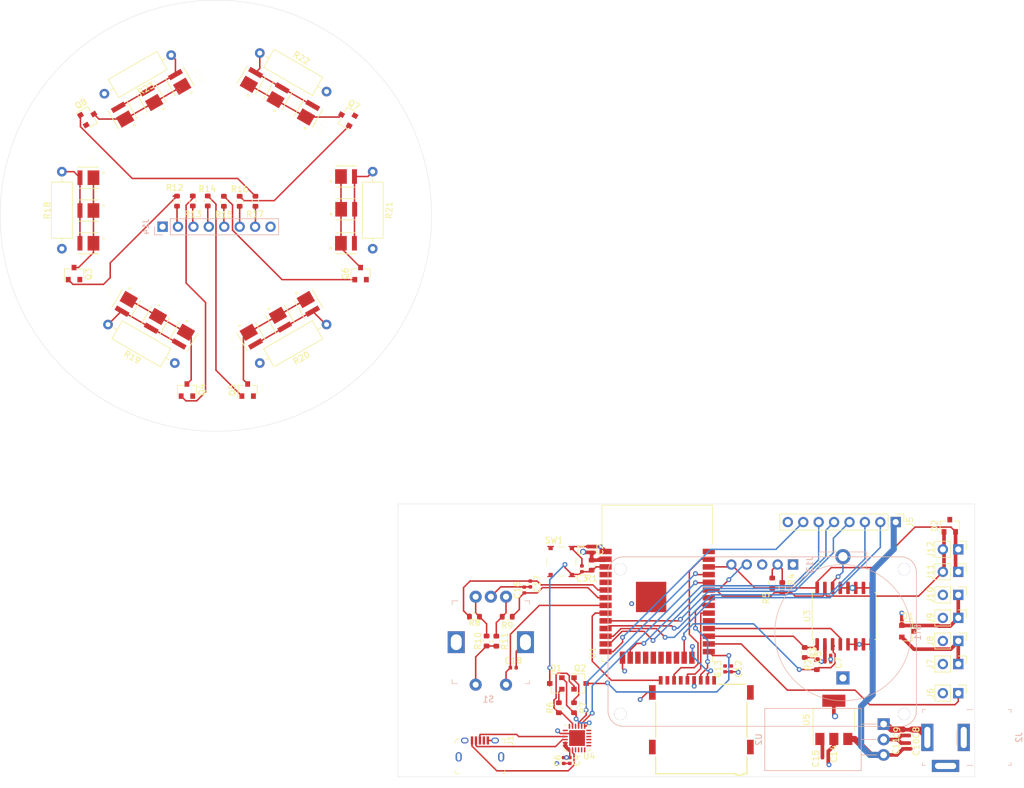
<source format=kicad_pcb>
(kicad_pcb (version 20171130) (host pcbnew "(5.1.8)-1")
  (layers (0 F.Cu signal) (1 In1.Cu power) (2 In2.Cu power) (31 B.Cu signal) (34 B.Paste user) (35 F.Paste user) (36 B.SilkS user) (37 F.SilkS user) (38 B.Mask user) (39 F.Mask user) (44 Edge.Cuts user))
  (net 0 "")
  (net 1 Earth)
  (net 2 +3V3)
  (net 3 /RESET)
  (net 4 LINE)
  (net 5 +12V)
  (net 6 /EncoderB)
  (net 7 /EncoderA)
  (net 8 /Button)
  (net 9 SDA)
  (net 10 SCL)
  (net 11 "Net-(J1-Pad3)")
  (net 12 "Net-(J1-Pad2)")
  (net 13 "Net-(J1-Pad1)")
  (net 14 TXD)
  (net 15 RXD)
  (net 16 /IO0)
  (net 17 /OnOff)
  (net 18 "Net-(Q1-Pad1)")
  (net 19 "Net-(Q1-Pad2)")
  (net 20 "Net-(Q2-Pad2)")
  (net 21 "Net-(Q2-Pad1)")
  (net 22 "Net-(D3-Pad1)")
  (net 23 "Net-(Q3-Pad1)")
  (net 24 "Net-(Q4-Pad1)")
  (net 25 "Net-(D6-Pad1)")
  (net 26 "Net-(D10-Pad1)")
  (net 27 "Net-(Q5-Pad1)")
  (net 28 "Net-(Q6-Pad1)")
  (net 29 "Net-(D12-Pad1)")
  (net 30 "Net-(Q7-Pad1)")
  (net 31 "Net-(D15-Pad1)")
  (net 32 "Net-(D18-Pad1)")
  (net 33 "Net-(Q8-Pad1)")
  (net 34 /RTC-32kHz)
  (net 35 /RTC-INTSQW)
  (net 36 "Net-(R10-Pad2)")
  (net 37 "Net-(R11-Pad2)")
  (net 38 "Net-(D3-Pad2)")
  (net 39 "Net-(D6-Pad2)")
  (net 40 "Net-(D10-Pad2)")
  (net 41 "Net-(D12-Pad2)")
  (net 42 "Net-(D15-Pad2)")
  (net 43 "Net-(D18-Pad2)")
  (net 44 /RTC-RST)
  (net 45 SCK)
  (net 46 MOSI)
  (net 47 MISO)
  (net 48 "Net-(BT1-Pad1)")
  (net 49 /!SD_SS)
  (net 50 /PWM6)
  (net 51 /PWM5)
  (net 52 /PWM4)
  (net 53 /PWM3)
  (net 54 /PWM2)
  (net 55 /PWM1)
  (net 56 /SD_Det)
  (module Connector_PinSocket_2.54mm:PinSocket_1x08_P2.54mm_Vertical (layer B.Cu) (at 46.224 19.316 270)
    (fp_text reference J14 (at 0 2.77 90) (layer B.SilkS) (effects (justify mirror)))
    (fp_text value Conn_01x08_Male)
    (pad 1 thru_hole rect (at 0 0 270) (size 1.7 1.7) (drill 1) (layers *.Cu *.Mask) (net 1 Earth))
    (pad 2 thru_hole oval (at 0 -2.54 270) (size 1.7 1.7) (drill 1) (layers *.Cu *.Mask) (net 55 /PWM1))
    (pad 3 thru_hole oval (at 0 -5.08 270) (size 1.7 1.7) (drill 1) (layers *.Cu *.Mask) (net 54 /PWM2))
    (pad 4 thru_hole oval (at 0 -7.62 270) (size 1.7 1.7) (drill 1) (layers *.Cu *.Mask) (net 53 /PWM3))
    (pad 5 thru_hole oval (at 0 -10.16 270) (size 1.7 1.7) (drill 1) (layers *.Cu *.Mask) (net 52 /PWM4))
    (pad 6 thru_hole oval (at 0 -12.7 270) (size 1.7 1.7) (drill 1) (layers *.Cu *.Mask) (net 51 /PWM5))
    (pad 7 thru_hole oval (at 0 -15.24 270) (size 1.7 1.7) (drill 1) (layers *.Cu *.Mask) (net 50 /PWM6))
    (pad 8 thru_hole oval (at 0 -17.78 270) (size 1.7 1.7) (drill 1) (layers *.Cu *.Mask) (net 5 +12V))
  )
  (module Resistor_SMD:R_0603_1608Metric (layer F.Cu) (at 53.666999 15.07 90)
    (fp_text reference R14 (at 2 -0.064999 180) (layer F.SilkS))
    (fp_text value 1k)
    (pad 1 smd roundrect (at -0.825 0 90) (size 0.8 0.95) (layers F.Cu F.Paste F.Mask) (net 53 /PWM3))
    (pad 2 smd roundrect (at 0.825 0 90) (size 0.8 0.95) (layers F.Cu F.Paste F.Mask) (net 27 "Net-(Q5-Pad1)"))
  )
  (module Resistor_SMD:R_0603_1608Metric (layer F.Cu) (at 61.524 15.116 90)
    (fp_text reference R17 (at -2.138 -0.094 180) (layer F.SilkS))
    (fp_text value 1k)
    (pad 2 smd roundrect (at 0.825 0 90) (size 0.8 0.95) (layers F.Cu F.Paste F.Mask) (net 33 "Net-(Q8-Pad1)"))
    (pad 1 smd roundrect (at -0.825 0 90) (size 0.8 0.95) (layers F.Cu F.Paste F.Mask) (net 50 /PWM6))
  )
  (module Resistor_SMD:R_0603_1608Metric (layer F.Cu) (at 48.602 15.095 90)
    (fp_text reference R12 (at 2.225 -0.4 180) (layer F.SilkS))
    (fp_text value 1k)
    (pad 1 smd roundrect (at -0.825 0 90) (size 0.8 0.95) (layers F.Cu F.Paste F.Mask) (net 55 /PWM1))
    (pad 2 smd roundrect (at 0.825 0 90) (size 0.8 0.95) (layers F.Cu F.Paste F.Mask) (net 23 "Net-(Q3-Pad1)"))
  )
  (module Resistor_SMD:R_0603_1608Metric (layer F.Cu) (at 51.202 15.07 90)
    (fp_text reference R13 (at -2.2 0 180) (layer F.SilkS))
    (fp_text value 1k)
    (pad 2 smd roundrect (at 0.825 0 90) (size 0.8 0.95) (layers F.Cu F.Paste F.Mask) (net 24 "Net-(Q4-Pad1)"))
    (pad 1 smd roundrect (at -0.825 0 90) (size 0.8 0.95) (layers F.Cu F.Paste F.Mask) (net 54 /PWM2))
  )
  (module Resistor_SMD:R_0603_1608Metric (layer F.Cu) (at 56.324 15.116 90)
    (fp_text reference R15 (at -2.2 0) (layer F.SilkS))
    (fp_text value 1k)
    (pad 2 smd roundrect (at 0.825 0 90) (size 0.8 0.95) (layers F.Cu F.Paste F.Mask) (net 28 "Net-(Q6-Pad1)"))
    (pad 1 smd roundrect (at -0.825 0 90) (size 0.8 0.95) (layers F.Cu F.Paste F.Mask) (net 52 /PWM4))
  )
  (module Resistor_SMD:R_0603_1608Metric (layer F.Cu) (at 58.924 15.116 90)
    (fp_text reference R16 (at 2 0 180) (layer F.SilkS))
    (fp_text value 1k)
    (pad 1 smd roundrect (at -0.825 0 90) (size 0.8 0.95) (layers F.Cu F.Paste F.Mask) (net 51 /PWM5))
    (pad 2 smd roundrect (at 0.825 0 90) (size 0.8 0.95) (layers F.Cu F.Paste F.Mask) (net 30 "Net-(Q7-Pad1)"))
  )
  (module Package_TO_SOT_SMD:SOT-23 (layer F.Cu) (at 60.238 46.238 90)
    (fp_text reference Q5 (at 0 -2.5 90) (layer F.SilkS))
    (fp_text value Q_PNP_BCE)
    (pad 3 smd rect (at 1 0 90) (size 0.9 0.8) (layers F.Cu F.Paste F.Mask) (net 26 "Net-(D10-Pad1)"))
    (pad 2 smd rect (at -1 0.95 90) (size 0.9 0.8) (layers F.Cu F.Paste F.Mask) (net 1 Earth))
    (pad 1 smd rect (at -1 -0.95 90) (size 0.9 0.8) (layers F.Cu F.Paste F.Mask) (net 27 "Net-(Q5-Pad1)"))
  )
  (module digikey-footprints:USB_Micro_B_Female_10118194-0001LF (layer F.Cu) (at 98.5 104)
    (fp_text reference J1 (at 5 0 270) (layer F.SilkS))
    (fp_text value USB_B_Micro)
    (pad 6 thru_hole oval (at 3.5 2.7) (size 1 1.55) (drill oval 0.5 1.15) (layers *.Cu *.Mask) (net 1 Earth))
    (pad 6 thru_hole oval (at -3.5 2.7) (size 1 1.55) (drill oval 0.5 1.15) (layers *.Cu *.Mask) (net 1 Earth))
    (pad 6 thru_hole oval (at -2.5 0) (size 1.25 0.95) (drill oval 0.85 0.55) (layers *.Cu *.Mask) (net 1 Earth))
    (pad 6 thru_hole oval (at 2.5 0) (size 1.25 0.95) (drill oval 0.85 0.55) (layers *.Cu *.Mask) (net 1 Earth))
    (pad 1 smd rect (at -1.3 0) (size 0.4 1.35) (layers F.Cu F.Paste F.Mask) (net 13 "Net-(J1-Pad1)"))
    (pad 2 smd rect (at -0.65 0) (size 0.4 1.35) (layers F.Cu F.Paste F.Mask) (net 12 "Net-(J1-Pad2)"))
    (pad 5 smd rect (at 1.3 0) (size 0.4 1.35) (layers F.Cu F.Paste F.Mask) (net 1 Earth))
    (pad 4 smd rect (at 0.65 0) (size 0.4 1.35) (layers F.Cu F.Paste F.Mask))
    (pad 3 smd rect (at 0 0) (size 0.4 1.35) (layers F.Cu F.Paste F.Mask) (net 11 "Net-(J1-Pad3)"))
  )
  (module digikey-footprints:Barrel_Jack_5.5mmODx2.1mmID_PJ-202A (layer B.Cu) (at 175.2 103.5 90)
    (fp_text reference J2 (at 0 12.1 -90) (layer B.SilkS) (effects (justify mirror)))
    (fp_text value PJ-202-AH)
    (pad 3 thru_hole rect (at -4.7 0 90) (size 2 4.5) (drill oval 1 3.5) (layers *.Cu *.Mask))
    (pad 1 thru_hole rect (at 0 -3 90) (size 4.5 2) (drill oval 3.5 1) (layers *.Cu *.Mask) (net 4 LINE))
    (pad 2 thru_hole rect (at 0 3 90) (size 4.5 2) (drill oval 3.5 1) (layers *.Cu *.Mask) (net 1 Earth))
  )
  (module Connector_PinSocket_2.54mm:PinSocket_1x05_P2.54mm_Vertical (layer B.Cu) (at 145 75 180)
    (fp_text reference J13 (at -7.85 0 270) (layer B.SilkS) (effects (justify mirror)))
    (fp_text value Screen)
    (pad 5 thru_hole oval (at 5.08 0 90) (size 1.7 1.7) (drill 1) (layers *.Cu *.Mask) (net 10 SCL))
    (pad 4 thru_hole oval (at 2.54 0 90) (size 1.7 1.7) (drill 1) (layers *.Cu *.Mask) (net 9 SDA))
    (pad 3 thru_hole oval (at 0 0 90) (size 1.7 1.7) (drill 1) (layers *.Cu *.Mask) (net 1 Earth))
    (pad 2 thru_hole oval (at -2.54 0 90) (size 1.7 1.7) (drill 1) (layers *.Cu *.Mask) (net 2 +3V3))
    (pad 1 thru_hole rect (at -5.08 0 90) (size 1.7 1.7) (drill 1) (layers *.Cu *.Mask) (net 2 +3V3))
    (pad "" thru_hole circle (at 23.368 -0.762 180) (size 2 2) (drill 2) (layers *.Cu *.Mask))
    (pad "" thru_hole circle (at -23.368 -0.762 180) (size 2 2) (drill 2) (layers *.Cu *.Mask))
    (pad "" thru_hole circle (at -23.368 -24.638 180) (size 2 2) (drill 2) (layers *.Cu *.Mask))
    (pad "" thru_hole circle (at 23.368 -24.638 180) (size 2 2) (drill 2) (layers *.Cu *.Mask))
  )
  (module digikey-footprints:GCT_MEM2075-00-140-01-A (layer F.Cu) (at 134.5 105.5)
    (fp_text reference J3 (at 7 -11.5) (layer F.SilkS) (effects (font (thickness 0.015))))
    (fp_text value Micro_SD_Card_Det)
    (pad 1 smd rect (at 2.58 -11.42) (size 0.62 1.4) (layers F.Cu F.Paste F.Mask))
    (pad 2 smd rect (at 1.48 -11.42) (size 0.62 1.4) (layers F.Cu F.Paste F.Mask) (net 49 /!SD_SS))
    (pad 3 smd rect (at 0.38 -11.42) (size 0.62 1.4) (layers F.Cu F.Paste F.Mask) (net 46 MOSI))
    (pad 4 smd rect (at -0.72 -11.42) (size 0.62 1.4) (layers F.Cu F.Paste F.Mask) (net 2 +3V3))
    (pad 5 smd rect (at -1.82 -11.42) (size 0.62 1.4) (layers F.Cu F.Paste F.Mask) (net 45 SCK))
    (pad 6 smd rect (at -2.92 -11.42) (size 0.62 1.4) (layers F.Cu F.Paste F.Mask) (net 1 Earth))
    (pad 7 smd rect (at -4.02 -11.42) (size 0.62 1.4) (layers F.Cu F.Paste F.Mask) (net 47 MISO))
    (pad 8 smd rect (at -5.12 -11.42) (size 0.62 1.4) (layers F.Cu F.Paste F.Mask))
    (pad 9 smd rect (at -6.22 -11.42) (size 0.62 1.4) (layers F.Cu F.Paste F.Mask) (net 56 /SD_Det))
    (pad None np_thru_hole circle (at -3.4 0) (size 0.95 0.95) (drill 0.95) (layers *.Cu *.Mask))
    (pad None np_thru_hole circle (at 3.4 0) (size 0.95 0.95) (drill 0.95) (layers *.Cu *.Mask))
    (pad 11 smd rect (at -7.6 -0.42) (size 1.1 2.4) (layers F.Cu F.Paste F.Mask) (net 1 Earth))
    (pad 11 smd rect (at -7.6 -9.42) (size 1.1 2.4) (layers F.Cu F.Paste F.Mask) (net 1 Earth))
    (pad 11 smd rect (at 8.55 -9.42) (size 1.1 2.4) (layers F.Cu F.Paste F.Mask) (net 1 Earth))
    (pad 11 smd rect (at 8.55 -0.42) (size 1.1 2.4) (layers F.Cu F.Paste F.Mask) (net 1 Earth))
  )
  (module Resistor_SMD:R_0603_1608Metric (layer F.Cu) (at 114 98.6 90)
    (fp_text reference R7 (at 0 1.5 90) (layer F.SilkS))
    (fp_text value 10k)
    (pad 2 smd roundrect (at 0.825 0 90) (size 0.8 0.95) (layers F.Cu F.Paste F.Mask) (net 21 "Net-(Q2-Pad1)"))
    (pad 1 smd roundrect (at -0.825 0 90) (size 0.8 0.95) (layers F.Cu F.Paste F.Mask) (net 19 "Net-(Q1-Pad2)"))
  )
  (module digikey-footprints:Battery_Holder_Coin_2032_BS-7 (layer B.Cu) (at 158.3 93.7 90)
    (fp_text reference BT1 (at 7.52856 12.3063 270) (layer B.SilkS) (effects (justify mirror)))
    (fp_text value Battery_Cell)
    (pad 2 thru_hole rect (at 0 0 90) (size 2.17 2.17) (drill 1.17) (layers *.Cu *.Mask) (net 1 Earth))
    (pad 1 thru_hole circle (at 20 0 90) (size 2.5 2.5) (drill 1.5) (layers *.Cu *.Mask) (net 48 "Net-(BT1-Pad1)"))
  )
  (module Capacitor_SMD:C_0402_1005Metric (layer F.Cu) (at 116.3 72.514999 90)
    (fp_text reference C1 (at 0 -1.16 90) (layer F.SilkS))
    (fp_text value 1n)
    (pad 2 smd roundrect (at 0.48 0 90) (size 0.56 0.62) (layers F.Cu F.Paste F.Mask) (net 1 Earth))
    (pad 1 smd roundrect (at -0.48 0 90) (size 0.56 0.62) (layers F.Cu F.Paste F.Mask) (net 2 +3V3))
  )
  (module Capacitor_SMD:C_0402_1005Metric (layer F.Cu) (at 117.275001 72.514999 90)
    (fp_text reference C2 (at 0 1.024999 90) (layer F.SilkS))
    (fp_text value 100n)
    (pad 2 smd roundrect (at 0.48 0 90) (size 0.56 0.62) (layers F.Cu F.Paste F.Mask) (net 1 Earth))
    (pad 1 smd roundrect (at -0.48 0 90) (size 0.56 0.62) (layers F.Cu F.Paste F.Mask) (net 2 +3V3))
  )
  (module Capacitor_SMD:C_0402_1005Metric (layer F.Cu) (at 115.3 75.7 90)
    (fp_text reference C3 (at -1.6 0 180) (layer F.SilkS))
    (fp_text value 100n)
    (pad 2 smd roundrect (at 0.48 0 90) (size 0.56 0.62) (layers F.Cu F.Paste F.Mask) (net 1 Earth))
    (pad 1 smd roundrect (at -0.48 0 90) (size 0.56 0.62) (layers F.Cu F.Paste F.Mask) (net 3 /RESET))
  )
  (module Capacitor_SMD:C_0402_1005Metric (layer F.Cu) (at 113.3 107.3 270)
    (fp_text reference C4 (at 0 -1.16 90) (layer F.SilkS))
    (fp_text value 1n)
    (pad 1 smd roundrect (at -0.48 0 270) (size 0.56 0.62) (layers F.Cu F.Paste F.Mask) (net 2 +3V3))
    (pad 2 smd roundrect (at 0.48 0 270) (size 0.56 0.62) (layers F.Cu F.Paste F.Mask) (net 1 Earth))
  )
  (module Capacitor_SMD:C_0402_1005Metric (layer F.Cu) (at 155.8 90)
    (fp_text reference C5 (at -1.6 0.2 -90) (layer F.SilkS))
    (fp_text value 1n)
    (pad 1 smd roundrect (at -0.48 0) (size 0.56 0.62) (layers F.Cu F.Paste F.Mask) (net 2 +3V3))
    (pad 2 smd roundrect (at 0.48 0) (size 0.56 0.62) (layers F.Cu F.Paste F.Mask) (net 1 Earth))
  )
  (module Capacitor_SMD:C_0402_1005Metric (layer F.Cu) (at 112.3 107.3 270)
    (fp_text reference C6 (at 0 1 90) (layer F.SilkS))
    (fp_text value 100n)
    (pad 2 smd roundrect (at 0.48 0 270) (size 0.56 0.62) (layers F.Cu F.Paste F.Mask) (net 1 Earth))
    (pad 1 smd roundrect (at -0.48 0 270) (size 0.56 0.62) (layers F.Cu F.Paste F.Mask) (net 2 +3V3))
  )
  (module Capacitor_SMD:C_0402_1005Metric (layer F.Cu) (at 155.8 91)
    (fp_text reference C7 (at 1.8 0.2 -90) (layer F.SilkS))
    (fp_text value 100n)
    (pad 2 smd roundrect (at 0.48 0) (size 0.56 0.62) (layers F.Cu F.Paste F.Mask) (net 1 Earth))
    (pad 1 smd roundrect (at -0.48 0) (size 0.56 0.62) (layers F.Cu F.Paste F.Mask) (net 2 +3V3))
  )
  (module Capacitor_SMD:C_0402_1005Metric (layer F.Cu) (at 169.2 102.7 270)
    (fp_text reference C8 (at 0 -1.16 90) (layer F.SilkS))
    (fp_text value 4u7)
    (pad 2 smd roundrect (at 0.48 0 270) (size 0.56 0.62) (layers F.Cu F.Paste F.Mask) (net 1 Earth))
    (pad 1 smd roundrect (at -0.48 0 270) (size 0.56 0.62) (layers F.Cu F.Paste F.Mask) (net 4 LINE))
  )
  (module Capacitor_SMD:C_0402_1005Metric (layer F.Cu) (at 168.2 102.7 270)
    (fp_text reference C9 (at 0 1 90) (layer F.SilkS))
    (fp_text value 100n)
    (pad 2 smd roundrect (at 0.48 0 270) (size 0.56 0.62) (layers F.Cu F.Paste F.Mask) (net 1 Earth))
    (pad 1 smd roundrect (at -0.48 0 270) (size 0.56 0.62) (layers F.Cu F.Paste F.Mask) (net 4 LINE))
  )
  (module Capacitor_SMD:C_0402_1005Metric (layer F.Cu) (at 169.2 104.9 90)
    (fp_text reference C10 (at -0.2 1.2 90) (layer F.SilkS))
    (fp_text value 4u7)
    (pad 2 smd roundrect (at 0.48 0 90) (size 0.56 0.62) (layers F.Cu F.Paste F.Mask) (net 1 Earth))
    (pad 1 smd roundrect (at -0.48 0 90) (size 0.56 0.62) (layers F.Cu F.Paste F.Mask) (net 5 +12V))
  )
  (module Capacitor_SMD:C_0402_1005Metric (layer F.Cu) (at 168.2 104.9 90)
    (fp_text reference C11 (at 0 -1.16 90) (layer F.SilkS))
    (fp_text value 100n)
    (pad 1 smd roundrect (at -0.48 0 90) (size 0.56 0.62) (layers F.Cu F.Paste F.Mask) (net 5 +12V))
    (pad 2 smd roundrect (at 0.48 0 90) (size 0.56 0.62) (layers F.Cu F.Paste F.Mask) (net 1 Earth))
  )
  (module Capacitor_SMD:C_0402_1005Metric (layer F.Cu) (at 139.9 92.2 90)
    (fp_text reference C12 (at 0 1.2 90) (layer F.SilkS))
    (fp_text value 1n)
    (pad 1 smd roundrect (at -0.48 0 90) (size 0.56 0.62) (layers F.Cu F.Paste F.Mask) (net 2 +3V3))
    (pad 2 smd roundrect (at 0.48 0 90) (size 0.56 0.62) (layers F.Cu F.Paste F.Mask) (net 1 Earth))
  )
  (module Capacitor_SMD:C_0402_1005Metric (layer F.Cu) (at 138.885001 92.2 90)
    (fp_text reference C13 (at 0 -1.16 90) (layer F.SilkS))
    (fp_text value 100n)
    (pad 2 smd roundrect (at 0.48 0 90) (size 0.56 0.62) (layers F.Cu F.Paste F.Mask) (net 1 Earth))
    (pad 1 smd roundrect (at -0.48 0 90) (size 0.56 0.62) (layers F.Cu F.Paste F.Mask) (net 2 +3V3))
  )
  (module Capacitor_SMD:C_0402_1005Metric (layer F.Cu) (at 155.4 105.8 180)
    (fp_text reference C14 (at -1.4 -0.4 270) (layer F.SilkS))
    (fp_text value 4u7)
    (pad 1 smd roundrect (at -0.48 0 180) (size 0.56 0.62) (layers F.Cu F.Paste F.Mask) (net 2 +3V3))
    (pad 2 smd roundrect (at 0.48 0 180) (size 0.56 0.62) (layers F.Cu F.Paste F.Mask) (net 1 Earth))
  )
  (module Capacitor_SMD:C_0402_1005Metric (layer F.Cu) (at 155.4 106.8 180)
    (fp_text reference C15 (at 1.6 -0.2 270) (layer F.SilkS))
    (fp_text value 100n)
    (pad 2 smd roundrect (at 0.48 0 180) (size 0.56 0.62) (layers F.Cu F.Paste F.Mask) (net 1 Earth))
    (pad 1 smd roundrect (at -0.48 0 180) (size 0.56 0.62) (layers F.Cu F.Paste F.Mask) (net 2 +3V3))
  )
  (module Capacitor_SMD:C_0402_1005Metric (layer F.Cu) (at 105.8 79.2 90)
    (fp_text reference C16 (at 0 -1.16 90) (layer F.SilkS))
    (fp_text value 10n)
    (pad 1 smd roundrect (at -0.48 0 90) (size 0.56 0.62) (layers F.Cu F.Paste F.Mask) (net 6 /EncoderB))
    (pad 2 smd roundrect (at 0.48 0 90) (size 0.56 0.62) (layers F.Cu F.Paste F.Mask) (net 1 Earth))
  )
  (module Capacitor_SMD:C_0402_1005Metric (layer F.Cu) (at 106.8 78.2 270)
    (fp_text reference C17 (at 0 -1.16 90) (layer F.SilkS))
    (fp_text value 10n)
    (pad 2 smd roundrect (at 0.48 0 270) (size 0.56 0.62) (layers F.Cu F.Paste F.Mask) (net 1 Earth))
    (pad 1 smd roundrect (at -0.48 0 270) (size 0.56 0.62) (layers F.Cu F.Paste F.Mask) (net 7 /EncoderA))
  )
  (module Capacitor_SMD:C_0402_1005Metric (layer F.Cu) (at 104 92)
    (fp_text reference C18 (at 0 -1.16) (layer F.SilkS))
    (fp_text value 10n)
    (pad 1 smd roundrect (at -0.48 0) (size 0.56 0.62) (layers F.Cu F.Paste F.Mask) (net 8 /Button))
    (pad 2 smd roundrect (at 0.48 0) (size 0.56 0.62) (layers F.Cu F.Paste F.Mask) (net 1 Earth))
  )
  (module Package_TO_SOT_SMD:SOT-23 (layer F.Cu) (at 169 86)
    (fp_text reference D1 (at 0 -2.5) (layer F.SilkS))
    (fp_text value PSM712-LF-T7)
    (pad 3 smd rect (at 1 0) (size 0.9 0.8) (layers F.Cu F.Paste F.Mask) (net 1 Earth))
    (pad 2 smd rect (at -1 0.95) (size 0.9 0.8) (layers F.Cu F.Paste F.Mask) (net 5 +12V))
    (pad 1 smd rect (at -1 -0.95) (size 0.9 0.8) (layers F.Cu F.Paste F.Mask) (net 2 +3V3))
  )
  (module Package_TO_SOT_SMD:SOT-23 (layer F.Cu) (at 175.9 68.6 90)
    (fp_text reference D2 (at 0 -2.5 90) (layer F.SilkS))
    (fp_text value PSM712-LF-T7)
    (pad 1 smd rect (at -1 -0.95 90) (size 0.9 0.8) (layers F.Cu F.Paste F.Mask) (net 9 SDA))
    (pad 2 smd rect (at -1 0.95 90) (size 0.9 0.8) (layers F.Cu F.Paste F.Mask) (net 10 SCL))
    (pad 3 smd rect (at 1 0 90) (size 0.9 0.8) (layers F.Cu F.Paste F.Mask) (net 1 Earth))
  )
  (module digikey-footprints:LED_L135-A589003500000 (layer F.Cu) (at 34.003 22.038)
    (fp_text reference D3 (at 0.635 -3.175) (layer F.SilkS) (effects (font (thickness 0.015))))
    (fp_text value LED)
    (pad 1 smd rect (at 0.835 0) (size 1.93 2.4) (layers F.Cu F.Paste) (net 22 "Net-(D3-Pad1)"))
    (pad 2 smd rect (at -1.39 0) (size 0.82 2.4) (layers F.Cu F.Paste) (net 38 "Net-(D3-Pad2)"))
  )
  (module digikey-footprints:LED_L135-A589003500000 (layer F.Cu) (at 34.003 11.238)
    (fp_text reference D4 (at 0.635 -3.175) (layer F.SilkS) (effects (font (thickness 0.015))))
    (fp_text value LED)
    (pad 2 smd rect (at -1.39 0) (size 0.82 2.4) (layers F.Cu F.Paste) (net 38 "Net-(D3-Pad2)"))
    (pad 1 smd rect (at 0.835 0) (size 1.93 2.4) (layers F.Cu F.Paste) (net 22 "Net-(D3-Pad1)"))
  )
  (module digikey-footprints:LED_L135-A589003500000 (layer F.Cu) (at 34.003 16.638)
    (fp_text reference D5 (at 0.635 -3.175) (layer F.SilkS) (effects (font (thickness 0.015))))
    (fp_text value LED)
    (pad 1 smd rect (at 0.835 0) (size 1.93 2.4) (layers F.Cu F.Paste) (net 22 "Net-(D3-Pad1)"))
    (pad 2 smd rect (at -1.39 0) (size 0.82 2.4) (layers F.Cu F.Paste) (net 38 "Net-(D3-Pad2)"))
  )
  (module digikey-footprints:LED_L135-A589003500000 (layer F.Cu) (at 49.638 37.438 60)
    (fp_text reference D6 (at 0.635 -3.175 240) (layer F.SilkS) (effects (font (thickness 0.015))))
    (fp_text value LED)
    (pad 2 smd rect (at -1.39 0 60) (size 0.82 2.4) (layers F.Cu F.Paste) (net 39 "Net-(D6-Pad2)"))
    (pad 1 smd rect (at 0.835 0 60) (size 1.93 2.4) (layers F.Cu F.Paste) (net 25 "Net-(D6-Pad1)"))
  )
  (module digikey-footprints:LED_L135-A589003500000 (layer F.Cu) (at 45.038 34.838 60)
    (fp_text reference D7 (at 0.635 -3.175 60) (layer F.SilkS) (effects (font (thickness 0.015))))
    (fp_text value LED)
    (pad 1 smd rect (at 0.835 0 60) (size 1.93 2.4) (layers F.Cu F.Paste) (net 25 "Net-(D6-Pad1)"))
    (pad 2 smd rect (at -1.39 0 60) (size 0.82 2.4) (layers F.Cu F.Paste) (net 39 "Net-(D6-Pad2)"))
  )
  (module digikey-footprints:LED_L135-A589003500000 (layer F.Cu) (at 40.238 32.038 60)
    (fp_text reference D6 (at 0.635 -3.175 60) (layer F.SilkS) (effects (font (thickness 0.015))))
    (fp_text value LED)
    (pad 2 smd rect (at -1.39 0 60) (size 0.82 2.4) (layers F.Cu F.Paste) (net 39 "Net-(D6-Pad2)"))
    (pad 1 smd rect (at 0.835 0 60) (size 1.93 2.4) (layers F.Cu F.Paste) (net 25 "Net-(D6-Pad1)"))
  )
  (module digikey-footprints:LED_L135-A589003500000 (layer F.Cu) (at 70.238 32.038 120)
    (fp_text reference D9 (at 0.635 -3.175 120) (layer F.SilkS) (effects (font (thickness 0.015))))
    (fp_text value LED)
    (pad 1 smd rect (at 0.835 0 120) (size 1.93 2.4) (layers F.Cu F.Paste) (net 26 "Net-(D10-Pad1)"))
    (pad 2 smd rect (at -1.39 0 120) (size 0.82 2.4) (layers F.Cu F.Paste) (net 40 "Net-(D10-Pad2)"))
  )
  (module digikey-footprints:LED_L135-A589003500000 (layer F.Cu) (at 65.638 34.638 120)
    (fp_text reference D10 (at 0.635 -3.175 120) (layer F.SilkS) (effects (font (thickness 0.015))))
    (fp_text value LED)
    (pad 2 smd rect (at -1.39 0 120) (size 0.82 2.4) (layers F.Cu F.Paste) (net 40 "Net-(D10-Pad2)"))
    (pad 1 smd rect (at 0.835 0 120) (size 1.93 2.4) (layers F.Cu F.Paste) (net 26 "Net-(D10-Pad1)"))
  )
  (module digikey-footprints:LED_L135-A589003500000 (layer F.Cu) (at 60.838 37.438 120)
    (fp_text reference D11 (at 0.635 -3.175 120) (layer F.SilkS) (effects (font (thickness 0.015))))
    (fp_text value LED)
    (pad 1 smd rect (at 0.835 0 120) (size 1.93 2.4) (layers F.Cu F.Paste) (net 26 "Net-(D10-Pad1)"))
    (pad 2 smd rect (at -1.39 0 120) (size 0.82 2.4) (layers F.Cu F.Paste) (net 40 "Net-(D10-Pad2)"))
  )
  (module digikey-footprints:LED_L135-A589003500000 (layer F.Cu) (at 76.438 22.038 180)
    (fp_text reference D12 (at 0.635 -3.175) (layer F.SilkS) (effects (font (thickness 0.015))))
    (fp_text value LED)
    (pad 2 smd rect (at -1.39 0 180) (size 0.82 2.4) (layers F.Cu F.Paste) (net 41 "Net-(D12-Pad2)"))
    (pad 1 smd rect (at 0.835 0 180) (size 1.93 2.4) (layers F.Cu F.Paste) (net 29 "Net-(D12-Pad1)"))
  )
  (module digikey-footprints:LED_L135-A589003500000 (layer F.Cu) (at 76.448 11.038 180)
    (fp_text reference D13 (at 0.635 -3.175) (layer F.SilkS) (effects (font (thickness 0.015))))
    (fp_text value LED)
    (pad 1 smd rect (at 0.835 0 180) (size 1.93 2.4) (layers F.Cu F.Paste) (net 29 "Net-(D12-Pad1)"))
    (pad 2 smd rect (at -1.39 0 180) (size 0.82 2.4) (layers F.Cu F.Paste) (net 41 "Net-(D12-Pad2)"))
  )
  (module digikey-footprints:LED_L135-A589003500000 (layer F.Cu) (at 76.473 16.438 180)
    (fp_text reference D14 (at 0.635 -3.175) (layer F.SilkS) (effects (font (thickness 0.015))))
    (fp_text value LED)
    (pad 2 smd rect (at -1.39 0 180) (size 0.82 2.4) (layers F.Cu F.Paste) (net 41 "Net-(D12-Pad2)"))
    (pad 1 smd rect (at 0.835 0 180) (size 1.93 2.4) (layers F.Cu F.Paste) (net 29 "Net-(D12-Pad1)"))
  )
  (module digikey-footprints:LED_L135-A589003500000 (layer F.Cu) (at 60.8555 -4.885131 240)
    (fp_text reference D15 (at 0.635 -3.175 60) (layer F.SilkS) (effects (font (thickness 0.015))))
    (fp_text value LED)
    (pad 2 smd rect (at -1.39 0 240) (size 0.82 2.4) (layers F.Cu F.Paste) (net 42 "Net-(D15-Pad2)"))
    (pad 1 smd rect (at 0.835 0 240) (size 1.93 2.4) (layers F.Cu F.Paste) (net 31 "Net-(D15-Pad1)"))
  )
  (module digikey-footprints:LED_L135-A589003500000 (layer F.Cu) (at 70.2555 0.514869 240)
    (fp_text reference D16 (at 0.635 -3.175 60) (layer F.SilkS) (effects (font (thickness 0.015))))
    (fp_text value LED)
    (pad 1 smd rect (at 0.835 0 240) (size 1.93 2.4) (layers F.Cu F.Paste) (net 31 "Net-(D15-Pad1)"))
    (pad 2 smd rect (at -1.39 0 240) (size 0.82 2.4) (layers F.Cu F.Paste) (net 42 "Net-(D15-Pad2)"))
  )
  (module digikey-footprints:LED_L135-A589003500000 (layer F.Cu) (at 65.238 -2.362 240)
    (fp_text reference D17 (at 0.635 -3.175 60) (layer F.SilkS) (effects (font (thickness 0.015))))
    (fp_text value LED)
    (pad 2 smd rect (at -1.39 0 240) (size 0.82 2.4) (layers F.Cu F.Paste) (net 42 "Net-(D15-Pad2)"))
    (pad 1 smd rect (at 0.835 0 240) (size 1.93 2.4) (layers F.Cu F.Paste) (net 31 "Net-(D15-Pad1)"))
  )
  (module digikey-footprints:LED_L135-A589003500000 (layer F.Cu) (at 49.038 -4.562 300)
    (fp_text reference D18 (at 0.635 -3.175 120) (layer F.SilkS) (effects (font (thickness 0.015))))
    (fp_text value LED)
    (pad 1 smd rect (at 0.835 0 300) (size 1.93 2.4) (layers F.Cu F.Paste) (net 32 "Net-(D18-Pad1)"))
    (pad 2 smd rect (at -1.39 0 300) (size 0.82 2.4) (layers F.Cu F.Paste) (net 43 "Net-(D18-Pad2)"))
  )
  (module digikey-footprints:LED_L135-A589003500000 (layer F.Cu) (at 39.638 0.838 300)
    (fp_text reference D19 (at 0.635 -3.175 120) (layer F.SilkS) (effects (font (thickness 0.015))))
    (fp_text value LED)
    (pad 2 smd rect (at -1.39 0 300) (size 0.82 2.4) (layers F.Cu F.Paste) (net 43 "Net-(D18-Pad2)"))
    (pad 1 smd rect (at 0.835 0 300) (size 1.93 2.4) (layers F.Cu F.Paste) (net 32 "Net-(D18-Pad1)"))
  )
  (module digikey-footprints:LED_L135-A589003500000 (layer F.Cu) (at 44.4205 -1.885131 300)
    (fp_text reference D20 (at 0.516346 -3.648076 165) (layer F.SilkS) (effects (font (thickness 0.015))))
    (fp_text value LED)
    (pad 1 smd rect (at 0.835 0 300) (size 1.93 2.4) (layers F.Cu F.Paste) (net 32 "Net-(D18-Pad1)"))
    (pad 2 smd rect (at -1.39 0 300) (size 0.82 2.4) (layers F.Cu F.Paste) (net 43 "Net-(D18-Pad2)"))
  )
  (module Connector_PinHeader_2.54mm:PinHeader_1x08_P2.54mm_Vertical (layer F.Cu) (at 167 68 270)
    (fp_text reference J5 (at 0 -2.33 90) (layer F.SilkS))
    (fp_text value Conn_01x08_Male)
    (pad 1 thru_hole rect (at 0 0 270) (size 1.7 1.7) (drill 1) (layers *.Cu *.Mask) (net 5 +12V))
    (pad 2 thru_hole oval (at 0 2.54 270) (size 1.7 1.7) (drill 1) (layers *.Cu *.Mask) (net 50 /PWM6))
    (pad 3 thru_hole oval (at 0 5.08 270) (size 1.7 1.7) (drill 1) (layers *.Cu *.Mask) (net 51 /PWM5))
    (pad 4 thru_hole oval (at 0 7.62 270) (size 1.7 1.7) (drill 1) (layers *.Cu *.Mask) (net 52 /PWM4))
    (pad 5 thru_hole oval (at 0 10.16 270) (size 1.7 1.7) (drill 1) (layers *.Cu *.Mask) (net 53 /PWM3))
    (pad 6 thru_hole oval (at 0 12.7 270) (size 1.7 1.7) (drill 1) (layers *.Cu *.Mask) (net 54 /PWM2))
    (pad 7 thru_hole oval (at 0 15.24 270) (size 1.7 1.7) (drill 1) (layers *.Cu *.Mask) (net 55 /PWM1))
    (pad 8 thru_hole oval (at 0 17.78 270) (size 1.7 1.7) (drill 1) (layers *.Cu *.Mask) (net 1 Earth))
  )
  (module Connector_PinHeader_2.54mm:PinHeader_1x02_P2.54mm_Vertical (layer F.Cu) (at 177.3 96.2 270)
    (fp_text reference J6 (at 0 4.6 90) (layer F.SilkS))
    (fp_text value Conn_01x02)
    (pad 1 thru_hole rect (at 0 0 270) (size 1.7 1.7) (drill 1) (layers *.Cu *.Mask) (net 17 /OnOff))
    (pad 2 thru_hole oval (at 0 2.54 270) (size 1.7 1.7) (drill 1) (layers *.Cu *.Mask) (net 1 Earth))
  )
  (module Connector_PinHeader_2.54mm:PinHeader_1x02_P2.54mm_Vertical (layer F.Cu) (at 177.3 91.4 270)
    (fp_text reference J7 (at 0 4.6 90) (layer F.SilkS))
    (fp_text value Conn_01x02)
    (pad 1 thru_hole rect (at 0 0 270) (size 1.7 1.7) (drill 1) (layers *.Cu *.Mask) (net 5 +12V))
    (pad 2 thru_hole oval (at 0 2.54 270) (size 1.7 1.7) (drill 1) (layers *.Cu *.Mask) (net 1 Earth))
  )
  (module Connector_PinHeader_2.54mm:PinHeader_1x02_P2.54mm_Vertical (layer F.Cu) (at 177.3 87.6 270)
    (fp_text reference J8 (at 0 4.6 90) (layer F.SilkS))
    (fp_text value Conn_01x02)
    (pad 2 thru_hole oval (at 0 2.54 270) (size 1.7 1.7) (drill 1) (layers *.Cu *.Mask) (net 1 Earth))
    (pad 1 thru_hole rect (at 0 0 270) (size 1.7 1.7) (drill 1) (layers *.Cu *.Mask) (net 5 +12V))
  )
  (module Connector_PinHeader_2.54mm:PinHeader_1x02_P2.54mm_Vertical (layer F.Cu) (at 177.3 83.8 270)
    (fp_text reference J9 (at 0 4.6 90) (layer F.SilkS))
    (fp_text value Conn_01x02)
    (pad 1 thru_hole rect (at 0 0 270) (size 1.7 1.7) (drill 1) (layers *.Cu *.Mask) (net 2 +3V3))
    (pad 2 thru_hole oval (at 0 2.54 270) (size 1.7 1.7) (drill 1) (layers *.Cu *.Mask) (net 1 Earth))
  )
  (module Connector_PinHeader_2.54mm:PinHeader_1x02_P2.54mm_Vertical (layer F.Cu) (at 177.3 80 270)
    (fp_text reference J10 (at 0 4.6 90) (layer F.SilkS))
    (fp_text value Conn_01x02)
    (pad 1 thru_hole rect (at 0 0 270) (size 1.7 1.7) (drill 1) (layers *.Cu *.Mask) (net 2 +3V3))
    (pad 2 thru_hole oval (at 0 2.54 270) (size 1.7 1.7) (drill 1) (layers *.Cu *.Mask) (net 1 Earth))
  )
  (module Connector_PinHeader_2.54mm:PinHeader_1x02_P2.54mm_Vertical (layer F.Cu) (at 177.3 76.2 270)
    (fp_text reference J11 (at 0 4.6 90) (layer F.SilkS))
    (fp_text value Conn_01x02)
    (pad 2 thru_hole oval (at 0 2.54 270) (size 1.7 1.7) (drill 1) (layers *.Cu *.Mask) (net 9 SDA))
    (pad 1 thru_hole rect (at 0 0 270) (size 1.7 1.7) (drill 1) (layers *.Cu *.Mask) (net 10 SCL))
  )
  (module Connector_PinHeader_2.54mm:PinHeader_1x02_P2.54mm_Vertical (layer F.Cu) (at 177.3 72.5 270)
    (fp_text reference J12 (at 0 4.6 90) (layer F.SilkS))
    (fp_text value Conn_01x02)
    (pad 2 thru_hole oval (at 0 2.54 270) (size 1.7 1.7) (drill 1) (layers *.Cu *.Mask) (net 9 SDA))
    (pad 1 thru_hole rect (at 0 0 270) (size 1.7 1.7) (drill 1) (layers *.Cu *.Mask) (net 10 SCL))
  )
  (module Package_TO_SOT_SMD:SOT-23 (layer F.Cu) (at 111 94.6 180)
    (fp_text reference Q1 (at 0 2.5) (layer F.SilkS))
    (fp_text value MMBT3904)
    (pad 3 smd rect (at 1 0 180) (size 0.9 0.8) (layers F.Cu F.Paste F.Mask) (net 3 /RESET))
    (pad 2 smd rect (at -1 0.95 180) (size 0.9 0.8) (layers F.Cu F.Paste F.Mask) (net 19 "Net-(Q1-Pad2)"))
    (pad 1 smd rect (at -1 -0.95 180) (size 0.9 0.8) (layers F.Cu F.Paste F.Mask) (net 18 "Net-(Q1-Pad1)"))
  )
  (module Package_TO_SOT_SMD:SOT-23 (layer F.Cu) (at 115 94.6)
    (fp_text reference Q2 (at 0 -2.5) (layer F.SilkS))
    (fp_text value MMBT3904)
    (pad 1 smd rect (at -1 -0.95) (size 0.9 0.8) (layers F.Cu F.Paste F.Mask) (net 21 "Net-(Q2-Pad1)"))
    (pad 2 smd rect (at -1 0.95) (size 0.9 0.8) (layers F.Cu F.Paste F.Mask) (net 20 "Net-(Q2-Pad2)"))
    (pad 3 smd rect (at 1 0) (size 0.9 0.8) (layers F.Cu F.Paste F.Mask) (net 16 /IO0))
  )
  (module Package_TO_SOT_SMD:SOT-23 (layer F.Cu) (at 31.638 27.038 90)
    (fp_text reference Q3 (at -0.1 2.4 270) (layer F.SilkS))
    (fp_text value Q_PNP_BCE)
    (pad 3 smd rect (at 1 0 90) (size 0.9 0.8) (layers F.Cu F.Paste F.Mask) (net 22 "Net-(D3-Pad1)"))
    (pad 2 smd rect (at -1 0.95 90) (size 0.9 0.8) (layers F.Cu F.Paste F.Mask) (net 1 Earth))
    (pad 1 smd rect (at -1 -0.95 90) (size 0.9 0.8) (layers F.Cu F.Paste F.Mask) (net 23 "Net-(Q3-Pad1)"))
  )
  (module Package_TO_SOT_SMD:SOT-23 (layer F.Cu) (at 50.238 46.238 90)
    (fp_text reference Q4 (at 0.06077 2.505256 90) (layer F.SilkS))
    (fp_text value Q_PNP_BCE)
    (pad 3 smd rect (at 1 0 90) (size 0.9 0.8) (layers F.Cu F.Paste F.Mask) (net 25 "Net-(D6-Pad1)"))
    (pad 2 smd rect (at -1 0.95 90) (size 0.9 0.8) (layers F.Cu F.Paste F.Mask) (net 1 Earth))
    (pad 1 smd rect (at -1 -0.95 90) (size 0.9 0.8) (layers F.Cu F.Paste F.Mask) (net 24 "Net-(Q4-Pad1)"))
  )
  (module Package_TO_SOT_SMD:SOT-23 (layer F.Cu) (at 78.838 27.038 90)
    (fp_text reference Q6 (at 0 -2.5 90) (layer F.SilkS))
    (fp_text value Q_PNP_BCE)
    (pad 1 smd rect (at -1 -0.95 90) (size 0.9 0.8) (layers F.Cu F.Paste F.Mask) (net 28 "Net-(Q6-Pad1)"))
    (pad 2 smd rect (at -1 0.95 90) (size 0.9 0.8) (layers F.Cu F.Paste F.Mask) (net 1 Earth))
    (pad 3 smd rect (at 1 0 90) (size 0.9 0.8) (layers F.Cu F.Paste F.Mask) (net 29 "Net-(D12-Pad1)"))
  )
  (module Package_TO_SOT_SMD:SOT-23 (layer F.Cu) (at 76.571975 1.338 150)
    (fp_text reference Q7 (at 0.040193 2.401666 150) (layer F.SilkS))
    (fp_text value Q_PNP_BCE)
    (pad 1 smd rect (at -1 -0.95 150) (size 0.9 0.8) (layers F.Cu F.Paste F.Mask) (net 30 "Net-(Q7-Pad1)"))
    (pad 2 smd rect (at -1 0.95 150) (size 0.9 0.8) (layers F.Cu F.Paste F.Mask) (net 1 Earth))
    (pad 3 smd rect (at 1 0 150) (size 0.9 0.8) (layers F.Cu F.Paste F.Mask) (net 31 "Net-(D15-Pad1)"))
  )
  (module Package_TO_SOT_SMD:SOT-23 (layer F.Cu) (at 34.038 1.238 30)
    (fp_text reference Q8 (at 0 -2.5 30) (layer F.SilkS))
    (fp_text value Q_PNP_BCE)
    (pad 1 smd rect (at -1 -0.95 30) (size 0.9 0.8) (layers F.Cu F.Paste F.Mask) (net 33 "Net-(Q8-Pad1)"))
    (pad 2 smd rect (at -1 0.95 30) (size 0.9 0.8) (layers F.Cu F.Paste F.Mask) (net 1 Earth))
    (pad 3 smd rect (at 1 0 30) (size 0.9 0.8) (layers F.Cu F.Paste F.Mask) (net 32 "Net-(D18-Pad1)"))
  )
  (module Resistor_SMD:R_0603_1608Metric (layer F.Cu) (at 116.9 75.1 90)
    (fp_text reference R1 (at -2.2 0 180) (layer F.SilkS))
    (fp_text value 10k)
    (pad 1 smd roundrect (at -0.825 0 90) (size 0.8 0.95) (layers F.Cu F.Paste F.Mask) (net 3 /RESET))
    (pad 2 smd roundrect (at 0.825 0 90) (size 0.8 0.95) (layers F.Cu F.Paste F.Mask) (net 2 +3V3))
  )
  (module Resistor_SMD:R_0603_1608Metric (layer F.Cu) (at 154 91.5 90)
    (fp_text reference R2 (at 0 -1.43 90) (layer F.SilkS))
    (fp_text value 10k)
    (pad 1 smd roundrect (at -0.825 0 90) (size 0.8 0.95) (layers F.Cu F.Paste F.Mask) (net 35 /RTC-INTSQW))
    (pad 2 smd roundrect (at 0.825 0 90) (size 0.8 0.95) (layers F.Cu F.Paste F.Mask) (net 2 +3V3))
  )
  (module Resistor_SMD:R_0603_1608Metric (layer F.Cu) (at 152 89.5 270)
    (fp_text reference R3 (at 0 -1.43 90) (layer F.SilkS))
    (fp_text value 10k)
    (pad 2 smd roundrect (at 0.825 0 270) (size 0.8 0.95) (layers F.Cu F.Paste F.Mask) (net 2 +3V3))
    (pad 1 smd roundrect (at -0.825 0 270) (size 0.8 0.95) (layers F.Cu F.Paste F.Mask) (net 34 /RTC-32kHz))
  )
  (module Resistor_SMD:R_0603_1608Metric (layer F.Cu) (at 148.3 78.8 90)
    (fp_text reference R4 (at 1.35 1.5 90) (layer F.SilkS))
    (fp_text value 10k)
    (pad 2 smd roundrect (at 0.825 0 90) (size 0.8 0.95) (layers F.Cu F.Paste F.Mask) (net 2 +3V3))
    (pad 1 smd roundrect (at -0.825 0 90) (size 0.8 0.95) (layers F.Cu F.Paste F.Mask) (net 9 SDA))
  )
  (module Resistor_SMD:R_0603_1608Metric (layer F.Cu) (at 146.65 78.05 90)
    (fp_text reference R5 (at -2.5 -1 90) (layer F.SilkS))
    (fp_text value 10k)
    (pad 2 smd roundrect (at 0.825 0 90) (size 0.8 0.95) (layers F.Cu F.Paste F.Mask) (net 2 +3V3))
    (pad 1 smd roundrect (at -0.825 0 90) (size 0.8 0.95) (layers F.Cu F.Paste F.Mask) (net 10 SCL))
  )
  (module Resistor_SMD:R_0603_1608Metric (layer F.Cu) (at 111.5 98.6 90)
    (fp_text reference R6 (at 0 -1.43 90) (layer F.SilkS))
    (fp_text value 10k)
    (pad 1 smd roundrect (at -0.825 0 90) (size 0.8 0.95) (layers F.Cu F.Paste F.Mask) (net 20 "Net-(Q2-Pad2)"))
    (pad 2 smd roundrect (at 0.825 0 90) (size 0.8 0.95) (layers F.Cu F.Paste F.Mask) (net 18 "Net-(Q1-Pad1)"))
  )
  (module Resistor_SMD:R_0603_1608Metric (layer F.Cu) (at 97.6 83.6)
    (fp_text reference R8 (at 0 1) (layer F.SilkS))
    (fp_text value 10k)
    (pad 2 smd roundrect (at 0.825 0) (size 0.8 0.95) (layers F.Cu F.Paste F.Mask) (net 36 "Net-(R10-Pad2)"))
    (pad 1 smd roundrect (at -0.825 0) (size 0.8 0.95) (layers F.Cu F.Paste F.Mask) (net 7 /EncoderA))
  )
  (module Resistor_SMD:R_0603_1608Metric (layer F.Cu) (at 103 83.6 180)
    (fp_text reference R9 (at 0 -1.43) (layer F.SilkS))
    (fp_text value 10k)
    (pad 2 smd roundrect (at 0.825 0 180) (size 0.8 0.95) (layers F.Cu F.Paste F.Mask) (net 37 "Net-(R11-Pad2)"))
    (pad 1 smd roundrect (at -0.825 0 180) (size 0.8 0.95) (layers F.Cu F.Paste F.Mask) (net 6 /EncoderB))
  )
  (module Resistor_SMD:R_0603_1608Metric (layer F.Cu) (at 99.6 87.6 90)
    (fp_text reference R10 (at 0 -1.43 90) (layer F.SilkS))
    (fp_text value 10k)
    (pad 2 smd roundrect (at 0.825 0 90) (size 0.8 0.95) (layers F.Cu F.Paste F.Mask) (net 36 "Net-(R10-Pad2)"))
    (pad 1 smd roundrect (at -0.825 0 90) (size 0.8 0.95) (layers F.Cu F.Paste F.Mask) (net 2 +3V3))
  )
  (module Resistor_SMD:R_0603_1608Metric (layer F.Cu) (at 101.2 87.625 90)
    (fp_text reference R11 (at 0 1.4 90) (layer F.SilkS))
    (fp_text value 10k)
    (pad 2 smd roundrect (at 0.825 0 90) (size 0.8 0.95) (layers F.Cu F.Paste F.Mask) (net 37 "Net-(R11-Pad2)"))
    (pad 1 smd roundrect (at -0.825 0 90) (size 0.8 0.95) (layers F.Cu F.Paste F.Mask) (net 2 +3V3))
  )
  (module Resistor_THT:R_Axial_DIN0309_L9.0mm_D3.2mm_P12.70mm_Horizontal (layer F.Cu) (at 29.638 10.238 270)
    (fp_text reference R18 (at 6.4 2.4 90) (layer F.SilkS))
    (fp_text value 180R)
    (pad 2 thru_hole oval (at 12.7 0 270) (size 1.6 1.6) (drill 0.8) (layers *.Cu *.Mask) (net 5 +12V))
    (pad 1 thru_hole circle (at 0 0 270) (size 1.6 1.6) (drill 0.8) (layers *.Cu *.Mask) (net 38 "Net-(D3-Pad2)"))
  )
  (module Resistor_THT:R_Axial_DIN0309_L9.0mm_D3.2mm_P12.70mm_Horizontal (layer F.Cu) (at 37.238 35.438 330)
    (fp_text reference R19 (at 6.164102 2.676537 150) (layer F.SilkS))
    (fp_text value 180R)
    (pad 1 thru_hole circle (at 0 0 330) (size 1.6 1.6) (drill 0.8) (layers *.Cu *.Mask) (net 39 "Net-(D6-Pad2)"))
    (pad 2 thru_hole oval (at 12.7 0 330) (size 1.6 1.6) (drill 0.8) (layers *.Cu *.Mask) (net 5 +12V))
  )
  (module Resistor_THT:R_Axial_DIN0309_L9.0mm_D3.2mm_P12.70mm_Horizontal (layer F.Cu) (at 73.238 35.438 210)
    (fp_text reference R20 (at 6.35 -2.72 30) (layer F.SilkS))
    (fp_text value 180R)
    (pad 1 thru_hole circle (at 0 0 210) (size 1.6 1.6) (drill 0.8) (layers *.Cu *.Mask) (net 40 "Net-(D10-Pad2)"))
    (pad 2 thru_hole oval (at 12.7 0 210) (size 1.6 1.6) (drill 0.8) (layers *.Cu *.Mask) (net 5 +12V))
  )
  (module Resistor_THT:R_Axial_DIN0309_L9.0mm_D3.2mm_P12.70mm_Horizontal (layer F.Cu) (at 80.838 10.238 270)
    (fp_text reference R21 (at 6.35 -2.72 90) (layer F.SilkS))
    (fp_text value 180R)
    (pad 2 thru_hole oval (at 12.7 0 270) (size 1.6 1.6) (drill 0.8) (layers *.Cu *.Mask) (net 5 +12V))
    (pad 1 thru_hole circle (at 0 0 270) (size 1.6 1.6) (drill 0.8) (layers *.Cu *.Mask) (net 41 "Net-(D12-Pad2)"))
  )
  (module Resistor_THT:R_Axial_DIN0309_L9.0mm_D3.2mm_P12.70mm_Horizontal (layer F.Cu) (at 62.239477 -9.312 330)
    (fp_text reference R22 (at 6.35 -2.72 150) (layer F.SilkS))
    (fp_text value 180R)
    (pad 1 thru_hole circle (at 0 0 330) (size 1.6 1.6) (drill 0.8) (layers *.Cu *.Mask) (net 42 "Net-(D15-Pad2)"))
    (pad 2 thru_hole oval (at 12.7 0 330) (size 1.6 1.6) (drill 0.8) (layers *.Cu *.Mask) (net 5 +12V))
  )
  (module Resistor_THT:R_Axial_DIN0309_L9.0mm_D3.2mm_P12.70mm_Horizontal (layer F.Cu) (at 47.638 -8.962 210)
    (fp_text reference R23 (at 6.35 -2.72 30) (layer F.SilkS))
    (fp_text value 180R)
    (pad 2 thru_hole oval (at 12.7 0 210) (size 1.6 1.6) (drill 0.8) (layers *.Cu *.Mask) (net 5 +12V))
    (pad 1 thru_hole circle (at 0 0 210) (size 1.6 1.6) (drill 0.8) (layers *.Cu *.Mask) (net 43 "Net-(D18-Pad2)"))
  )
  (module digikey-footprints:Rotary_Encoder_Switched_PEC11R (layer B.Cu) (at 94.6 87.8)
    (fp_text reference S1 (at 5.275 9.4) (layer B.SilkS) (effects (justify mirror)))
    (fp_text value PEC11R-4020F-S0024)
    (pad B thru_hole circle (at 8.2 -7.5) (size 2 2) (drill 1) (layers *.Cu *.Mask) (net 37 "Net-(R11-Pad2)"))
    (pad C thru_hole circle (at 5.7 -7.5) (size 2 2) (drill 1) (layers *.Cu *.Mask) (net 1 Earth))
    (pad A thru_hole circle (at 3.2 -7.5) (size 2 2) (drill 1) (layers *.Cu *.Mask) (net 36 "Net-(R10-Pad2)"))
    (pad 2 thru_hole circle (at 8.2 7) (size 2 2) (drill 1) (layers *.Cu *.Mask) (net 8 /Button))
    (pad 1 thru_hole circle (at 3.2 7) (size 2 2) (drill 1) (layers *.Cu *.Mask) (net 2 +3V3))
    (pad 3 thru_hole rect (at 11.4 0) (size 2.8 3.6) (drill oval 1.8 2.6) (layers *.Cu *.Mask) (net 1 Earth))
    (pad 3 thru_hole rect (at 0 0) (size 2.8 3.6) (drill oval 1.8 2.6) (layers *.Cu *.Mask) (net 1 Earth))
  )
  (module digikey-footprints:Switch_Tactile_SMD_4.5x4.5mm_TL3315NF160Q (layer F.Cu) (at 111.9 74.5 270)
    (fp_text reference SW1 (at -3.5 1.2 180) (layer F.SilkS))
    (fp_text value RESET)
    (pad 4 smd rect (at 2.125 1.75 270) (size 0.5 0.7) (layers F.Cu F.Paste F.Mask))
    (pad 3 smd rect (at -2.125 1.75 270) (size 0.5 0.7) (layers F.Cu F.Paste F.Mask))
    (pad 2 smd rect (at 2.125 -1.75 270) (size 0.5 0.7) (layers F.Cu F.Paste F.Mask) (net 3 /RESET))
    (pad 1 smd rect (at -2.125 -1.75 270) (size 0.5 0.7) (layers F.Cu F.Paste F.Mask) (net 1 Earth))
    (pad 2 smd rect (at 2.475 -1.75 270) (size 0.2 1.1) (layers F.Cu F.Paste F.Mask) (net 3 /RESET))
    (pad 3 smd rect (at -2.475 1.75 270) (size 0.2 1.1) (layers F.Cu F.Paste F.Mask))
    (pad 4 smd rect (at 2.475 1.75 270) (size 0.2 1.1) (layers F.Cu F.Paste F.Mask))
    (pad 1 smd rect (at -2.475 -1.75 270) (size 0.2 1.1) (layers F.Cu F.Paste F.Mask) (net 1 Earth))
  )
  (module RF_Module:ESP32-WROOM-32 (layer F.Cu) (at 127.7 81.1)
    (fp_text reference U1 (at -10.61 8.43 90) (layer F.SilkS))
    (fp_text value ESP32-WROOM-32)
    (pad 38 smd rect (at 8.5 -8.255) (size 2 0.9) (layers F.Cu F.Paste F.Mask) (net 1 Earth))
    (pad 37 smd rect (at 8.5 -6.985) (size 2 0.9) (layers F.Cu F.Paste F.Mask) (net 47 MISO))
    (pad 36 smd rect (at 8.5 -5.715) (size 2 0.9) (layers F.Cu F.Paste F.Mask) (net 10 SCL))
    (pad 35 smd rect (at 8.5 -4.445) (size 2 0.9) (layers F.Cu F.Paste F.Mask) (net 14 TXD))
    (pad 34 smd rect (at 8.5 -3.175) (size 2 0.9) (layers F.Cu F.Paste F.Mask) (net 15 RXD))
    (pad 33 smd rect (at 8.5 -1.905) (size 2 0.9) (layers F.Cu F.Paste F.Mask) (net 9 SDA))
    (pad 32 smd rect (at 8.5 -0.635) (size 2 0.9) (layers F.Cu F.Paste F.Mask))
    (pad 31 smd rect (at 8.5 0.635) (size 2 0.9) (layers F.Cu F.Paste F.Mask) (net 46 MOSI))
    (pad 30 smd rect (at 8.5 1.905) (size 2 0.9) (layers F.Cu F.Paste F.Mask) (net 45 SCK))
    (pad 29 smd rect (at 8.5 3.175) (size 2 0.9) (layers F.Cu F.Paste F.Mask))
    (pad 28 smd rect (at 8.5 4.445) (size 2 0.9) (layers F.Cu F.Paste F.Mask) (net 44 /RTC-RST))
    (pad 27 smd rect (at 8.5 5.715) (size 2 0.9) (layers F.Cu F.Paste F.Mask) (net 34 /RTC-32kHz))
    (pad 26 smd rect (at 8.5 6.985) (size 2 0.9) (layers F.Cu F.Paste F.Mask) (net 17 /OnOff))
    (pad 25 smd rect (at 8.5 8.255) (size 2 0.9) (layers F.Cu F.Paste F.Mask) (net 16 /IO0))
    (pad 24 smd rect (at 5.715 9.255 90) (size 2 0.9) (layers F.Cu F.Paste F.Mask) (net 49 /!SD_SS))
    (pad 23 smd rect (at 4.445 9.255 90) (size 2 0.9) (layers F.Cu F.Paste F.Mask) (net 35 /RTC-INTSQW))
    (pad 22 smd rect (at 3.175 9.255 90) (size 2 0.9) (layers F.Cu F.Paste F.Mask))
    (pad 21 smd rect (at 1.905 9.255 90) (size 2 0.9) (layers F.Cu F.Paste F.Mask))
    (pad 20 smd rect (at 0.635 9.255 90) (size 2 0.9) (layers F.Cu F.Paste F.Mask))
    (pad 19 smd rect (at -0.635 9.255 90) (size 2 0.9) (layers F.Cu F.Paste F.Mask))
    (pad 18 smd rect (at -1.905 9.255 90) (size 2 0.9) (layers F.Cu F.Paste F.Mask))
    (pad 17 smd rect (at -3.175 9.255 90) (size 2 0.9) (layers F.Cu F.Paste F.Mask))
    (pad 16 smd rect (at -4.445 9.255 90) (size 2 0.9) (layers F.Cu F.Paste F.Mask) (net 54 /PWM2))
    (pad 15 smd rect (at -5.715 9.255 90) (size 2 0.9) (layers F.Cu F.Paste F.Mask) (net 1 Earth))
    (pad 14 smd rect (at -8.5 8.255) (size 2 0.9) (layers F.Cu F.Paste F.Mask) (net 55 /PWM1))
    (pad 13 smd rect (at -8.5 6.985) (size 2 0.9) (layers F.Cu F.Paste F.Mask) (net 53 /PWM3))
    (pad 12 smd rect (at -8.5 5.715) (size 2 0.9) (layers F.Cu F.Paste F.Mask) (net 50 /PWM6))
    (pad 11 smd rect (at -8.5 4.445) (size 2 0.9) (layers F.Cu F.Paste F.Mask) (net 51 /PWM5))
    (pad 10 smd rect (at -8.5 3.175) (size 2 0.9) (layers F.Cu F.Paste F.Mask) (net 52 /PWM4))
    (pad 9 smd rect (at -8.5 1.905) (size 2 0.9) (layers F.Cu F.Paste F.Mask) (net 56 /SD_Det))
    (pad 8 smd rect (at -8.5 0.635) (size 2 0.9) (layers F.Cu F.Paste F.Mask) (net 8 /Button))
    (pad 7 smd rect (at -8.5 -0.635) (size 2 0.9) (layers F.Cu F.Paste F.Mask) (net 6 /EncoderB))
    (pad 6 smd rect (at -8.5 -1.905) (size 2 0.9) (layers F.Cu F.Paste F.Mask) (net 7 /EncoderA))
    (pad 5 smd rect (at -8.5 -3.175) (size 2 0.9) (layers F.Cu F.Paste F.Mask))
    (pad 4 smd rect (at -8.5 -4.445) (size 2 0.9) (layers F.Cu F.Paste F.Mask))
    (pad 3 smd rect (at -8.5 -5.715) (size 2 0.9) (layers F.Cu F.Paste F.Mask) (net 3 /RESET))
    (pad 2 smd rect (at -8.5 -6.985) (size 2 0.9) (layers F.Cu F.Paste F.Mask) (net 2 +3V3))
    (pad 1 smd rect (at -8.5 -8.255) (size 2 0.9) (layers F.Cu F.Paste F.Mask) (net 1 Earth))
    (pad 39 smd rect (at -1 -0.755) (size 5 5) (layers F.Cu F.Paste F.Mask) (net 1 Earth))
  )
  (module Package_TO_SOT_THT:TO-220-3_Horizontal_TabDown (layer B.Cu) (at 165 101.3 270)
    (fp_text reference U2 (at 2.54 20.58 270) (layer B.SilkS) (effects (justify mirror)))
    (fp_text value LM7812_TO220)
    (pad "" np_thru_hole oval (at 2.54 16.66 270) (size 3.5 3.5) (drill 3.5) (layers *.Cu *.Mask))
    (pad 1 thru_hole rect (at 0 0 270) (size 1.905 2) (drill 1.1) (layers *.Cu *.Mask) (net 4 LINE))
    (pad 2 thru_hole oval (at 2.54 0 270) (size 1.905 2) (drill 1.1) (layers *.Cu *.Mask) (net 1 Earth))
    (pad 3 thru_hole oval (at 5.08 0 270) (size 1.905 2) (drill 1.1) (layers *.Cu *.Mask) (net 5 +12V))
  )
  (module Package_SO:SOIC-16W_7.5x10.3mm_P1.27mm (layer F.Cu) (at 158.5 83.5 90)
    (fp_text reference U3 (at 0 -6.1 90) (layer F.SilkS))
    (fp_text value DS3231M)
    (pad 1 smd roundrect (at -4.65 -4.445 90) (size 2.05 0.6) (layers F.Cu F.Paste F.Mask) (net 34 /RTC-32kHz))
    (pad 2 smd roundrect (at -4.65 -3.175 90) (size 2.05 0.6) (layers F.Cu F.Paste F.Mask) (net 2 +3V3))
    (pad 3 smd roundrect (at -4.65 -1.905 90) (size 2.05 0.6) (layers F.Cu F.Paste F.Mask) (net 35 /RTC-INTSQW))
    (pad 4 smd roundrect (at -4.65 -0.635 90) (size 2.05 0.6) (layers F.Cu F.Paste F.Mask) (net 44 /RTC-RST))
    (pad 5 smd roundrect (at -4.65 0.635 90) (size 2.05 0.6) (layers F.Cu F.Paste F.Mask) (net 1 Earth))
    (pad 6 smd roundrect (at -4.65 1.905 90) (size 2.05 0.6) (layers F.Cu F.Paste F.Mask) (net 1 Earth))
    (pad 7 smd roundrect (at -4.65 3.175 90) (size 2.05 0.6) (layers F.Cu F.Paste F.Mask) (net 1 Earth))
    (pad 8 smd roundrect (at -4.65 4.445 90) (size 2.05 0.6) (layers F.Cu F.Paste F.Mask) (net 1 Earth))
    (pad 9 smd roundrect (at 4.65 4.445 90) (size 2.05 0.6) (layers F.Cu F.Paste F.Mask) (net 1 Earth))
    (pad 10 smd roundrect (at 4.65 3.175 90) (size 2.05 0.6) (layers F.Cu F.Paste F.Mask) (net 1 Earth))
    (pad 11 smd roundrect (at 4.65 1.905 90) (size 2.05 0.6) (layers F.Cu F.Paste F.Mask) (net 1 Earth))
    (pad 12 smd roundrect (at 4.65 0.635 90) (size 2.05 0.6) (layers F.Cu F.Paste F.Mask) (net 1 Earth))
    (pad 13 smd roundrect (at 4.65 -0.635 90) (size 2.05 0.6) (layers F.Cu F.Paste F.Mask) (net 1 Earth))
    (pad 14 smd roundrect (at 4.65 -1.905 90) (size 2.05 0.6) (layers F.Cu F.Paste F.Mask) (net 48 "Net-(BT1-Pad1)"))
    (pad 15 smd roundrect (at 4.65 -3.175 90) (size 2.05 0.6) (layers F.Cu F.Paste F.Mask) (net 9 SDA))
    (pad 16 smd roundrect (at 4.65 -4.445 90) (size 2.05 0.6) (layers F.Cu F.Paste F.Mask) (net 10 SCL))
  )
  (module Package_DFN_QFN:QFN-24-1EP_4x4mm_P0.5mm_EP2.6x2.6mm (layer F.Cu) (at 114.5 103.6)
    (fp_text reference U4 (at 2 3) (layer F.SilkS))
    (fp_text value CP2104)
    (pad 25 smd rect (at 0 0) (size 2.6 2.6) (layers F.Cu F.Mask) (net 1 Earth))
    (pad 24 smd roundrect (at -1.25 -1.9375) (size 0.25 0.825) (layers F.Cu F.Paste F.Mask))
    (pad 23 smd roundrect (at -0.75 -1.9375) (size 0.25 0.825) (layers F.Cu F.Paste F.Mask) (net 20 "Net-(Q2-Pad2)"))
    (pad 22 smd roundrect (at -0.25 -1.9375) (size 0.25 0.825) (layers F.Cu F.Paste F.Mask))
    (pad 21 smd roundrect (at 0.25 -1.9375) (size 0.25 0.825) (layers F.Cu F.Paste F.Mask) (net 14 TXD))
    (pad 20 smd roundrect (at 0.75 -1.9375) (size 0.25 0.825) (layers F.Cu F.Paste F.Mask) (net 15 RXD))
    (pad 19 smd roundrect (at 1.25 -1.9375) (size 0.25 0.825) (layers F.Cu F.Paste F.Mask) (net 19 "Net-(Q1-Pad2)"))
    (pad 18 smd roundrect (at 1.9375 -1.25) (size 0.825 0.25) (layers F.Cu F.Paste F.Mask))
    (pad 17 smd roundrect (at 1.9375 -0.75) (size 0.825 0.25) (layers F.Cu F.Paste F.Mask))
    (pad 16 smd roundrect (at 1.9375 -0.25) (size 0.825 0.25) (layers F.Cu F.Paste F.Mask))
    (pad 15 smd roundrect (at 1.9375 0.25) (size 0.825 0.25) (layers F.Cu F.Paste F.Mask))
    (pad 14 smd roundrect (at 1.9375 0.75) (size 0.825 0.25) (layers F.Cu F.Paste F.Mask))
    (pad 13 smd roundrect (at 1.9375 1.25) (size 0.825 0.25) (layers F.Cu F.Paste F.Mask))
    (pad 12 smd roundrect (at 1.25 1.9375) (size 0.25 0.825) (layers F.Cu F.Paste F.Mask))
    (pad 11 smd roundrect (at 0.75 1.9375) (size 0.25 0.825) (layers F.Cu F.Paste F.Mask))
    (pad 10 smd roundrect (at 0.25 1.9375) (size 0.25 0.825) (layers F.Cu F.Paste F.Mask))
    (pad 9 smd roundrect (at -0.25 1.9375) (size 0.25 0.825) (layers F.Cu F.Paste F.Mask))
    (pad 8 smd roundrect (at -0.75 1.9375) (size 0.25 0.825) (layers F.Cu F.Paste F.Mask) (net 13 "Net-(J1-Pad1)"))
    (pad 7 smd roundrect (at -1.25 1.9375) (size 0.25 0.825) (layers F.Cu F.Paste F.Mask) (net 2 +3V3))
    (pad 6 smd roundrect (at -1.9375 1.25) (size 0.825 0.25) (layers F.Cu F.Paste F.Mask) (net 2 +3V3))
    (pad 5 smd roundrect (at -1.9375 0.75) (size 0.825 0.25) (layers F.Cu F.Paste F.Mask) (net 2 +3V3))
    (pad 4 smd roundrect (at -1.9375 0.25) (size 0.825 0.25) (layers F.Cu F.Paste F.Mask) (net 12 "Net-(J1-Pad2)"))
    (pad 3 smd roundrect (at -1.9375 -0.25) (size 0.825 0.25) (layers F.Cu F.Paste F.Mask) (net 11 "Net-(J1-Pad3)"))
    (pad 2 smd roundrect (at -1.9375 -0.75) (size 0.825 0.25) (layers F.Cu F.Paste F.Mask) (net 1 Earth))
    (pad 1 smd roundrect (at -1.9375 -1.25) (size 0.825 0.25) (layers F.Cu F.Paste F.Mask))
  )
  (module Package_TO_SOT_SMD:SOT-223-3_TabPin2 (layer F.Cu) (at 156.8 100.6 90)
    (fp_text reference U5 (at 0 -4.5 90) (layer F.SilkS))
    (fp_text value AMS1117-3.3)
    (pad 2 smd rect (at 3.15 0 90) (size 2 3.8) (layers F.Cu F.Paste F.Mask) (net 2 +3V3))
    (pad 2 smd rect (at -3.15 0 90) (size 2 1.5) (layers F.Cu F.Paste F.Mask) (net 2 +3V3))
    (pad 3 smd rect (at -3.15 2.3 90) (size 2 1.5) (layers F.Cu F.Paste F.Mask) (net 5 +12V))
    (pad 1 smd rect (at -3.15 -2.3 90) (size 2 1.5) (layers F.Cu F.Paste F.Mask) (net 1 Earth))
  )
  (gr_circle (center 55 17.5) (end 82.5 40) (layer Edge.Cuts) (width 0.05))
  (gr_line (start 85 65) (end 85 110) (layer Edge.Cuts) (width 0.05))
  (gr_line (start 180 65) (end 85 65) (layer Edge.Cuts) (width 0.05))
  (gr_line (start 85 110) (end 180 110) (layer Edge.Cuts) (width 0.05))
  (gr_line (start 180 110) (end 180 105) (layer Edge.Cuts) (width 0.05))
  (gr_line (start 180 105) (end 180 65) (layer Edge.Cuts) (width 0.05))
  (via (at 123.5 81.45) (size 0.8) (drill 0.4) (layers F.Cu B.Cu) (net 0))
  (segment (start 113.3 107.78) (end 112.72 107.78) (width 0.25) (layer F.Cu) (net 1))
  (segment (start 112.72 107.78) (end 112.3 107.78) (width 0.25) (layer F.Cu) (net 1))
  (segment (start 105.84 78.68) (end 105.8 78.72) (width 0.25) (layer F.Cu) (net 1))
  (segment (start 106.8 78.68) (end 105.84 78.68) (width 0.25) (layer F.Cu) (net 1))
  (segment (start 169.2 103.18) (end 167.92 103.18) (width 0.6) (layer F.Cu) (net 1))
  (segment (start 154.92 104.17) (end 154.5 103.75) (width 0.6) (layer F.Cu) (net 1))
  (segment (start 154.92 106.8) (end 154.92 104.17) (width 0.6) (layer F.Cu) (net 1))
  (segment (start 119.2 72.845) (end 118.389999 72.034999) (width 0.6) (layer F.Cu) (net 1))
  (segment (start 116.3 72.034999) (end 117.275001 72.034999) (width 0.6) (layer F.Cu) (net 1))
  (segment (start 113.990001 72.034999) (end 113.65 72.375) (width 0.25) (layer F.Cu) (net 1))
  (segment (start 116.3 72.034999) (end 113.990001 72.034999) (width 0.25) (layer F.Cu) (net 1))
  (segment (start 115.3 74.025) (end 113.65 72.375) (width 0.25) (layer F.Cu) (net 1))
  (segment (start 115.3 75.22) (end 115.3 74.025) (width 0.25) (layer F.Cu) (net 1))
  (segment (start 156.28 91) (end 156.28 90.62) (width 0.25) (layer F.Cu) (net 1))
  (segment (start 159.135 88.15) (end 161 88.15) (width 0.25) (layer F.Cu) (net 1))
  (segment (start 157.865 78.85) (end 159.85 78.85) (width 0.25) (layer F.Cu) (net 1))
  (segment (start 159.85 78.85) (end 162.945 78.85) (width 0.25) (layer F.Cu) (net 1))
  (via (at 159.85 78.85) (size 1) (drill 0.6) (layers F.Cu B.Cu) (net 1))
  (segment (start 101.92 78.68) (end 106.8 78.68) (width 0.25) (layer F.Cu) (net 1))
  (segment (start 100.3 80.3) (end 101.92 78.68) (width 0.25) (layer F.Cu) (net 1))
  (segment (start 167.92 103.18) (end 167.3 103.8) (width 0.6) (layer F.Cu) (net 1))
  (segment (start 167.3 103.8) (end 167.3 103.84) (width 0.6) (layer F.Cu) (net 1))
  (segment (start 167.88 104.42) (end 167.3 103.84) (width 0.6) (layer F.Cu) (net 1))
  (segment (start 169.2 104.42) (end 167.88 104.42) (width 0.6) (layer F.Cu) (net 1))
  (segment (start 167.3 103.84) (end 165 103.84) (width 0.6) (layer F.Cu) (net 1))
  (segment (start 104.48 89.32) (end 106 87.8) (width 0.25) (layer F.Cu) (net 1))
  (segment (start 104.48 92) (end 104.48 89.32) (width 0.25) (layer F.Cu) (net 1))
  (segment (start 118.389999 72.034999) (end 117.275001 72.034999) (width 0.6) (layer F.Cu) (net 1))
  (via (at 118.389999 72.034999) (size 0.8) (drill 0.4) (layers F.Cu B.Cu) (net 1))
  (via (at 124.9 97.25) (size 0.8) (drill 0.4) (layers F.Cu B.Cu) (net 1))
  (segment (start 126.07 96.08) (end 124.9 97.25) (width 0.25) (layer F.Cu) (net 1))
  (segment (start 126.9 96.08) (end 126.07 96.08) (width 0.25) (layer F.Cu) (net 1))
  (via (at 122.35 92.55) (size 0.8) (drill 0.4) (layers F.Cu B.Cu) (net 1))
  (segment (start 121.985 92.185) (end 122.35 92.55) (width 0.25) (layer F.Cu) (net 1))
  (segment (start 121.985 90.355) (end 121.985 92.185) (width 0.25) (layer F.Cu) (net 1))
  (segment (start 113.75 102.85) (end 114.5 103.6) (width 0.25) (layer F.Cu) (net 1))
  (segment (start 112.5625 102.85) (end 113.75 102.85) (width 0.25) (layer F.Cu) (net 1))
  (via (at 111.3 102.4) (size 0.8) (drill 0.4) (layers F.Cu B.Cu) (net 1))
  (segment (start 111.75 102.85) (end 111.3 102.4) (width 0.25) (layer F.Cu) (net 1))
  (segment (start 112.5625 102.85) (end 111.75 102.85) (width 0.25) (layer F.Cu) (net 1))
  (segment (start 99.8 104) (end 101 104) (width 0.25) (layer F.Cu) (net 1))
  (segment (start 161 88.15) (end 162.945 88.15) (width 0.25) (layer F.Cu) (net 1))
  (via (at 161 88.15) (size 0.8) (drill 0.4) (layers F.Cu B.Cu) (net 1))
  (segment (start 156.28 90.62) (end 156.28 90) (width 0.25) (layer F.Cu) (net 1))
  (via (at 156.28 90.62) (size 0.8) (drill 0.4) (layers F.Cu B.Cu) (net 1))
  (via (at 111.15 107.8) (size 0.8) (drill 0.4) (layers F.Cu B.Cu) (net 1))
  (segment (start 112.5625 104.35) (end 112.5625 104.85) (width 0.25) (layer F.Cu) (net 2))
  (segment (start 113.25 105.5375) (end 112.5625 104.85) (width 0.25) (layer F.Cu) (net 2))
  (segment (start 112.5625 104.97501) (end 113.12499 105.5375) (width 0.6) (layer F.Cu) (net 2))
  (segment (start 112.5625 104.85) (end 112.5625 104.97501) (width 0.6) (layer F.Cu) (net 2))
  (segment (start 112.5625 104.85) (end 112.5625 104.47501) (width 0.6) (layer F.Cu) (net 2))
  (segment (start 113.3 105.5875) (end 113.25 105.5375) (width 0.25) (layer F.Cu) (net 2))
  (segment (start 113.3 106.82) (end 113.3 105.5875) (width 0.25) (layer F.Cu) (net 2))
  (segment (start 112.3 106.82) (end 112.78 106.82) (width 0.25) (layer F.Cu) (net 2))
  (segment (start 97.8 90.225) (end 99.6 88.425) (width 0.25) (layer F.Cu) (net 2))
  (segment (start 97.8 94.8) (end 97.8 90.225) (width 0.25) (layer F.Cu) (net 2))
  (segment (start 101.175 88.425) (end 101.2 88.45) (width 0.25) (layer F.Cu) (net 2))
  (segment (start 99.6 88.425) (end 101.175 88.425) (width 0.25) (layer F.Cu) (net 2))
  (segment (start 155.88 106.8) (end 155.88 105.8) (width 0.6) (layer F.Cu) (net 2))
  (segment (start 156.8 104.88) (end 155.88 105.8) (width 0.6) (layer F.Cu) (net 2))
  (segment (start 156.8 103.75) (end 156.8 104.88) (width 0.6) (layer F.Cu) (net 2))
  (segment (start 117.1 73.17) (end 117.275001 72.994999) (width 0.25) (layer F.Cu) (net 2))
  (segment (start 118.115002 74.115) (end 119.2 74.115) (width 0.6) (layer F.Cu) (net 2))
  (segment (start 116.3 72.994999) (end 117.275001 72.994999) (width 0.6) (layer F.Cu) (net 2))
  (segment (start 116.9 73.37) (end 117.275001 72.994999) (width 0.6) (layer F.Cu) (net 2))
  (segment (start 116.9 74.275) (end 116.9 73.37) (width 0.6) (layer F.Cu) (net 2))
  (segment (start 119.04 74.275) (end 119.2 74.115) (width 0.6) (layer F.Cu) (net 2))
  (segment (start 116.9 74.275) (end 119.04 74.275) (width 0.6) (layer F.Cu) (net 2))
  (via (at 115.5 72.9) (size 1) (drill 0.6) (layers F.Cu B.Cu) (net 2))
  (segment (start 115.594999 72.994999) (end 115.5 72.9) (width 0.6) (layer F.Cu) (net 2))
  (segment (start 116.3 72.994999) (end 115.594999 72.994999) (width 0.6) (layer F.Cu) (net 2))
  (segment (start 155.325 90.995) (end 155.32 91) (width 0.6) (layer F.Cu) (net 2))
  (segment (start 155.325 88.15) (end 155.325 90.995) (width 0.6) (layer F.Cu) (net 2))
  (segment (start 138.885001 92.68) (end 139.9 92.68) (width 0.25) (layer F.Cu) (net 2))
  (segment (start 154.325 91) (end 154 90.675) (width 0.25) (layer F.Cu) (net 2))
  (segment (start 155.32 91) (end 154.75 91) (width 0.25) (layer F.Cu) (net 2))
  (segment (start 153.65 90.325) (end 154 90.675) (width 0.25) (layer F.Cu) (net 2))
  (segment (start 152 90.325) (end 153.65 90.325) (width 0.25) (layer F.Cu) (net 2))
  (segment (start 177.3 80) (end 177.3 83.8) (width 0.6) (layer F.Cu) (net 2))
  (segment (start 175.949999 85.150001) (end 177.3 83.8) (width 0.6) (layer F.Cu) (net 2))
  (segment (start 174.111999 85.150001) (end 175.949999 85.150001) (width 0.6) (layer F.Cu) (net 2))
  (segment (start 174.011998 85.05) (end 174.111999 85.150001) (width 0.6) (layer F.Cu) (net 2))
  (segment (start 168 85.05) (end 174.011998 85.05) (width 0.6) (layer F.Cu) (net 2))
  (via (at 168 83) (size 0.8) (drill 0.4) (layers F.Cu B.Cu) (net 2))
  (segment (start 168 85.05) (end 168 83) (width 0.6) (layer F.Cu) (net 2))
  (via (at 156 108) (size 0.8) (drill 0.4) (layers F.Cu B.Cu) (net 2))
  (segment (start 155.88 107.88) (end 156 108) (width 0.6) (layer F.Cu) (net 2))
  (segment (start 155.88 106.8) (end 155.88 107.88) (width 0.6) (layer F.Cu) (net 2))
  (via (at 157 100) (size 1) (drill 0.6) (layers F.Cu B.Cu) (net 2))
  (segment (start 156.8 99.8) (end 157 100) (width 0.6) (layer F.Cu) (net 2))
  (segment (start 156.8 97.45) (end 156.8 99.8) (width 0.6) (layer F.Cu) (net 2))
  (segment (start 154.75 91) (end 154.325 91) (width 0.25) (layer F.Cu) (net 2))
  (via (at 154.75 91) (size 0.8) (drill 0.4) (layers F.Cu B.Cu) (net 2))
  (via (at 133.8 95.05) (size 0.8) (drill 0.4) (layers F.Cu B.Cu) (net 2))
  (segment (start 133.78 95.03) (end 133.8 95.05) (width 0.25) (layer F.Cu) (net 2))
  (segment (start 133.78 94.08) (end 133.78 95.03) (width 0.25) (layer F.Cu) (net 2))
  (segment (start 112.78 106.82) (end 113.3 106.82) (width 0.25) (layer F.Cu) (net 2))
  (via (at 112.78 106.82) (size 0.8) (drill 0.4) (layers F.Cu B.Cu) (net 2))
  (via (at 141.05 92.75) (size 0.8) (drill 0.4) (layers F.Cu B.Cu) (net 2))
  (segment (start 140.98 92.68) (end 141.05 92.75) (width 0.25) (layer F.Cu) (net 2))
  (segment (start 139.9 92.68) (end 140.98 92.68) (width 0.25) (layer F.Cu) (net 2))
  (segment (start 146.65 75.89) (end 147.54 75) (width 0.25) (layer F.Cu) (net 2))
  (segment (start 146.65 77.225) (end 146.65 75.89) (width 0.25) (layer F.Cu) (net 2))
  (segment (start 148.3 75.76) (end 147.54 75) (width 0.25) (layer F.Cu) (net 2))
  (segment (start 148.3 77.975) (end 148.3 75.76) (width 0.25) (layer F.Cu) (net 2))
  (segment (start 117.64 75.385) (end 117.1 75.925) (width 0.25) (layer F.Cu) (net 3))
  (segment (start 119.2 75.385) (end 117.64 75.385) (width 0.25) (layer F.Cu) (net 3))
  (segment (start 116.845 76.18) (end 117.1 75.925) (width 0.25) (layer F.Cu) (net 3))
  (segment (start 115.3 76.18) (end 116.845 76.18) (width 0.25) (layer F.Cu) (net 3))
  (segment (start 114.855 76.625) (end 115.3 76.18) (width 0.25) (layer F.Cu) (net 3))
  (segment (start 113.65 76.625) (end 114.855 76.625) (width 0.25) (layer F.Cu) (net 3))
  (segment (start 113.65 76.625) (end 113.65 76.975) (width 0.25) (layer F.Cu) (net 3))
  (segment (start 110 94.6) (end 110 95) (width 0.25) (layer F.Cu) (net 3))
  (via (at 110 92) (size 0.8) (drill 0.4) (layers F.Cu B.Cu) (net 3))
  (segment (start 110 94.6) (end 110 92) (width 0.25) (layer F.Cu) (net 3))
  (via (at 112.5 75) (size 0.8) (drill 0.4) (layers F.Cu B.Cu) (net 3))
  (segment (start 110 77.5) (end 112.5 75) (width 0.25) (layer B.Cu) (net 3))
  (segment (start 110 92) (end 110 77.5) (width 0.25) (layer B.Cu) (net 3))
  (segment (start 112.5 75.475) (end 113.65 76.625) (width 0.25) (layer F.Cu) (net 3))
  (segment (start 112.5 75) (end 112.5 75.475) (width 0.25) (layer F.Cu) (net 3))
  (segment (start 168.2 102.22) (end 169.2 102.22) (width 0.6) (layer F.Cu) (net 4))
  (segment (start 172.2 103.5) (end 170.92 102.22) (width 0.6) (layer F.Cu) (net 4))
  (segment (start 170.92 102.22) (end 169.2 102.22) (width 0.6) (layer F.Cu) (net 4))
  (segment (start 170.89999 102.19999) (end 169.634217 102.19999) (width 1) (layer F.Cu) (net 4))
  (segment (start 172.2 103.5) (end 170.89999 102.19999) (width 1) (layer F.Cu) (net 4))
  (segment (start 165.4 101.3) (end 166.32 102.22) (width 1) (layer F.Cu) (net 4))
  (segment (start 165 101.3) (end 165.4 101.3) (width 1) (layer F.Cu) (net 4))
  (segment (start 167.505783 102.17999) (end 168.2 102.17999) (width 1) (layer F.Cu) (net 4))
  (segment (start 167.465773 102.22) (end 167.505783 102.17999) (width 1) (layer F.Cu) (net 4))
  (segment (start 166.62 102.22) (end 167.465773 102.22) (width 1) (layer F.Cu) (net 4))
  (segment (start 168.2 102.22) (end 166.62 102.22) (width 0.6) (layer F.Cu) (net 4))
  (segment (start 166.62 102.22) (end 166.32 102.22) (width 0.6) (layer F.Cu) (net 4))
  (segment (start 177.3 91.4) (end 177.3 87.6) (width 0.6) (layer F.Cu) (net 5))
  (segment (start 168.2 105.38) (end 169.2 105.38) (width 0.6) (layer F.Cu) (net 5))
  (segment (start 169.2 105.38) (end 169.48 105.38) (width 0.6) (layer F.Cu) (net 5))
  (segment (start 167.2 106.38) (end 168.2 105.38) (width 0.6) (layer F.Cu) (net 5))
  (segment (start 165 106.38) (end 167.2 106.38) (width 0.6) (layer F.Cu) (net 5))
  (segment (start 177.3 87.6) (end 177.3 87.7) (width 0.6) (layer F.Cu) (net 5))
  (segment (start 170.000001 88.950001) (end 168 86.95) (width 0.6) (layer F.Cu) (net 5))
  (segment (start 176.049999 88.950001) (end 170.000001 88.950001) (width 0.6) (layer F.Cu) (net 5))
  (segment (start 177.3 87.7) (end 176.049999 88.950001) (width 0.6) (layer F.Cu) (net 5))
  (segment (start 168 86.95) (end 168 87) (width 0.6) (layer F.Cu) (net 5))
  (segment (start 159.1 103.75) (end 160.25 103.75) (width 1) (layer F.Cu) (net 5))
  (segment (start 162.88 106.38) (end 165 106.38) (width 1) (layer F.Cu) (net 5))
  (segment (start 160.25 103.75) (end 162.88 106.38) (width 1) (layer F.Cu) (net 5))
  (segment (start 166.667999 68.332001) (end 166.667999 72.482001) (width 1) (layer B.Cu) (net 5))
  (segment (start 167 68) (end 166.667999 68.332001) (width 1) (layer B.Cu) (net 5))
  (segment (start 166.667999 72.482001) (end 163.2 75.95) (width 1) (layer B.Cu) (net 5))
  (segment (start 163.2 75.95) (end 163.2 96.45) (width 1) (layer B.Cu) (net 5))
  (segment (start 163.2 96.45) (end 161.3 98.35) (width 1) (layer B.Cu) (net 5))
  (segment (start 161.3 98.35) (end 161.3 104.95) (width 1) (layer B.Cu) (net 5))
  (segment (start 162.73 106.38) (end 165 106.38) (width 1) (layer B.Cu) (net 5))
  (segment (start 161.3 104.95) (end 162.73 106.38) (width 1) (layer B.Cu) (net 5))
  (segment (start 105.68 79.8) (end 105.8 79.68) (width 0.25) (layer F.Cu) (net 6))
  (segment (start 103.825 83.6) (end 103.825 83.575) (width 0.25) (layer F.Cu) (net 6))
  (segment (start 103.825 83.575) (end 105 82.4) (width 0.25) (layer F.Cu) (net 6))
  (segment (start 105 80.48) (end 105.8 79.68) (width 0.25) (layer F.Cu) (net 6))
  (segment (start 105 82.4) (end 105 80.48) (width 0.25) (layer F.Cu) (net 6))
  (segment (start 117.95 80.465) (end 119.2 80.465) (width 0.25) (layer F.Cu) (net 6))
  (segment (start 108.8 78.8) (end 116.285 78.8) (width 0.25) (layer F.Cu) (net 6))
  (segment (start 107.92 79.68) (end 108.8 78.8) (width 0.25) (layer F.Cu) (net 6))
  (segment (start 116.285 78.8) (end 117.95 80.465) (width 0.25) (layer F.Cu) (net 6))
  (segment (start 105.8 79.68) (end 107.92 79.68) (width 0.25) (layer F.Cu) (net 6))
  (segment (start 96.775 83.6) (end 96.775 83.175) (width 0.25) (layer F.Cu) (net 7))
  (segment (start 106.8 77.72) (end 96.88 77.72) (width 0.25) (layer F.Cu) (net 7))
  (segment (start 96.88 77.72) (end 95.8 78.8) (width 0.25) (layer F.Cu) (net 7))
  (segment (start 95.8 82.625) (end 96.775 83.6) (width 0.25) (layer F.Cu) (net 7))
  (segment (start 95.8 78.8) (end 95.8 82.625) (width 0.25) (layer F.Cu) (net 7))
  (segment (start 117.10499 78.34999) (end 117.95 79.195) (width 0.25) (layer F.Cu) (net 7))
  (segment (start 108.6136 78.34999) (end 117.10499 78.34999) (width 0.25) (layer F.Cu) (net 7))
  (segment (start 108.581795 78.381795) (end 108.6136 78.34999) (width 0.25) (layer F.Cu) (net 7))
  (segment (start 107.92 77.72) (end 108.581795 78.381795) (width 0.25) (layer F.Cu) (net 7))
  (segment (start 117.95 79.195) (end 119.2 79.195) (width 0.25) (layer F.Cu) (net 7))
  (segment (start 106.8 77.72) (end 107.92 77.72) (width 0.25) (layer F.Cu) (net 7))
  (segment (start 102.8 92.72) (end 103.52 92) (width 0.25) (layer F.Cu) (net 8))
  (segment (start 102.8 94.8) (end 102.8 92.72) (width 0.25) (layer F.Cu) (net 8))
  (segment (start 108.279998 81.735) (end 119.2 81.735) (width 0.25) (layer F.Cu) (net 8))
  (segment (start 103.52 86.494998) (end 108.279998 81.735) (width 0.25) (layer F.Cu) (net 8))
  (segment (start 103.52 92) (end 103.52 86.494998) (width 0.25) (layer F.Cu) (net 8))
  (segment (start 174.95 76.01) (end 174.76 76.2) (width 0.6) (layer F.Cu) (net 9))
  (segment (start 174.95 69.6) (end 174.95 76.01) (width 0.6) (layer F.Cu) (net 9))
  (segment (start 170.75999 80.20001) (end 174.76 76.2) (width 0.25) (layer F.Cu) (net 9))
  (segment (start 155.65001 80.20001) (end 170.75999 80.20001) (width 0.25) (layer F.Cu) (net 9))
  (segment (start 155.325 79.875) (end 155.65001 80.20001) (width 0.25) (layer F.Cu) (net 9))
  (segment (start 137.45 79.195) (end 136.2 79.195) (width 0.25) (layer F.Cu) (net 9))
  (segment (start 138.45501 80.20001) (end 137.45 79.195) (width 0.25) (layer F.Cu) (net 9))
  (segment (start 155.325 79.875) (end 154.99999 80.20001) (width 0.25) (layer F.Cu) (net 9))
  (segment (start 155.325 78.85) (end 155.325 79.875) (width 0.25) (layer F.Cu) (net 9))
  (segment (start 139.70001 80.20001) (end 138.45501 80.20001) (width 0.25) (layer F.Cu) (net 9))
  (via (at 139.5 77.5) (size 0.8) (drill 0.4) (layers F.Cu B.Cu) (net 9))
  (segment (start 137.805 79.195) (end 139.5 77.5) (width 0.25) (layer F.Cu) (net 9))
  (segment (start 137.45 79.195) (end 137.805 79.195) (width 0.25) (layer F.Cu) (net 9))
  (segment (start 142 75) (end 142.46 75) (width 0.25) (layer B.Cu) (net 9))
  (segment (start 139.5 77.5) (end 142 75) (width 0.25) (layer B.Cu) (net 9))
  (segment (start 147.02502 79.625) (end 148.3 79.625) (width 0.25) (layer F.Cu) (net 9))
  (segment (start 146.50001 80.15001) (end 147.02502 79.625) (width 0.25) (layer F.Cu) (net 9))
  (segment (start 146.50001 80.20001) (end 146.50001 80.15001) (width 0.25) (layer F.Cu) (net 9))
  (segment (start 146.50001 80.20001) (end 139.70001 80.20001) (width 0.25) (layer F.Cu) (net 9))
  (segment (start 149.82498 79.625) (end 150.39999 80.20001) (width 0.25) (layer F.Cu) (net 9))
  (segment (start 148.3 79.625) (end 149.82498 79.625) (width 0.25) (layer F.Cu) (net 9))
  (segment (start 154.99999 80.20001) (end 150.39999 80.20001) (width 0.25) (layer F.Cu) (net 9))
  (segment (start 176.85 75.75) (end 177.3 76.2) (width 0.6) (layer F.Cu) (net 10))
  (segment (start 176.85 69.6) (end 176.85 75.75) (width 0.6) (layer F.Cu) (net 10))
  (segment (start 139.535 75.385) (end 139.92 75) (width 0.25) (layer F.Cu) (net 10))
  (segment (start 136.2 75.385) (end 139.535 75.385) (width 0.25) (layer F.Cu) (net 10))
  (segment (start 143.77 78.85) (end 154.055 78.85) (width 0.25) (layer F.Cu) (net 10))
  (segment (start 139.92 75) (end 143.77 78.85) (width 0.25) (layer F.Cu) (net 10))
  (segment (start 156.38 75.5) (end 163.5 75.5) (width 0.25) (layer F.Cu) (net 10))
  (segment (start 154.055 77.825) (end 156.38 75.5) (width 0.25) (layer F.Cu) (net 10))
  (segment (start 154.055 78.85) (end 154.055 77.825) (width 0.25) (layer F.Cu) (net 10))
  (segment (start 176.074999 68.824999) (end 176.85 69.6) (width 0.25) (layer F.Cu) (net 10))
  (segment (start 170.175001 68.824999) (end 176.074999 68.824999) (width 0.25) (layer F.Cu) (net 10))
  (segment (start 163.5 75.5) (end 170.175001 68.824999) (width 0.25) (layer F.Cu) (net 10))
  (segment (start 112.350001 103.350001) (end 112.39999 103.39999) (width 0.25) (layer F.Cu) (net 11))
  (segment (start 112.101979 103.350001) (end 112.350001 103.350001) (width 0.25) (layer F.Cu) (net 11))
  (segment (start 98.5 103.075) (end 98.575001 102.999999) (width 0.25) (layer F.Cu) (net 11))
  (segment (start 98.5 104) (end 98.5 103.075) (width 0.25) (layer F.Cu) (net 11))
  (segment (start 112.5625 103.35) (end 104.9 103.35) (width 0.25) (layer F.Cu) (net 11))
  (segment (start 104.549999 102.999999) (end 98.575001 102.999999) (width 0.25) (layer F.Cu) (net 11))
  (segment (start 104.9 103.35) (end 104.549999 102.999999) (width 0.25) (layer F.Cu) (net 11))
  (segment (start 110.951977 105.000001) (end 112.151968 103.80001) (width 0.25) (layer F.Cu) (net 12))
  (segment (start 98.039999 105.000001) (end 110.951977 105.000001) (width 0.25) (layer F.Cu) (net 12))
  (segment (start 97.85 104.810002) (end 98.039999 105.000001) (width 0.25) (layer F.Cu) (net 12))
  (segment (start 97.85 104) (end 97.85 104.810002) (width 0.25) (layer F.Cu) (net 12))
  (segment (start 97.2 104.925) (end 101.275 109) (width 0.25) (layer F.Cu) (net 13))
  (segment (start 97.2 104) (end 97.2 104.925) (width 0.25) (layer F.Cu) (net 13))
  (segment (start 113.75 105.998022) (end 113.75 105.5375) (width 0.25) (layer F.Cu) (net 13))
  (segment (start 114 106.248022) (end 113.75 105.998022) (width 0.25) (layer F.Cu) (net 13))
  (segment (start 114 108.047626) (end 114 106.248022) (width 0.25) (layer F.Cu) (net 13))
  (segment (start 113.047626 109) (end 114 108.047626) (width 0.25) (layer F.Cu) (net 13))
  (segment (start 101.275 109) (end 113.047626 109) (width 0.25) (layer F.Cu) (net 13))
  (segment (start 114.75 101.6625) (end 114.75 101.065568) (width 0.25) (layer F.Cu) (net 14))
  (via (at 134 76.5) (size 0.8) (drill 0.4) (layers F.Cu B.Cu) (net 14))
  (segment (start 134.155 76.655) (end 134 76.5) (width 0.25) (layer F.Cu) (net 14))
  (segment (start 136.2 76.655) (end 134.155 76.655) (width 0.25) (layer F.Cu) (net 14))
  (via (at 116 99) (size 0.8) (drill 0.4) (layers F.Cu B.Cu) (net 14))
  (segment (start 116 94.5) (end 116 99) (width 0.25) (layer B.Cu) (net 14))
  (segment (start 134 76.5) (end 116 94.5) (width 0.25) (layer B.Cu) (net 14))
  (segment (start 116 99.815568) (end 115.907784 99.907784) (width 0.25) (layer F.Cu) (net 14))
  (segment (start 116 99) (end 116 99.815568) (width 0.25) (layer F.Cu) (net 14))
  (segment (start 114.75 101.065568) (end 115.907784 99.907784) (width 0.25) (layer F.Cu) (net 14))
  (via (at 117 99.5) (size 0.8) (drill 0.4) (layers F.Cu B.Cu) (net 15))
  (via (at 134 78) (size 0.8) (drill 0.4) (layers F.Cu B.Cu) (net 15))
  (segment (start 117 95) (end 134 78) (width 0.25) (layer B.Cu) (net 15))
  (segment (start 117 99.5) (end 117 95) (width 0.25) (layer B.Cu) (net 15))
  (segment (start 136.125 78) (end 136.2 77.925) (width 0.25) (layer F.Cu) (net 15))
  (segment (start 134 78) (end 136.125 78) (width 0.25) (layer F.Cu) (net 15))
  (segment (start 115.25 101.6625) (end 115.25 101.201978) (width 0.25) (layer F.Cu) (net 15))
  (segment (start 116.951978 99.5) (end 115.25 101.201978) (width 0.25) (layer F.Cu) (net 15))
  (segment (start 117 99.5) (end 116.951978 99.5) (width 0.25) (layer F.Cu) (net 15))
  (via (at 119.5 94.5) (size 0.8) (drill 0.4) (layers F.Cu B.Cu) (net 16))
  (segment (start 119.4 94.6) (end 119.5 94.5) (width 0.25) (layer F.Cu) (net 16))
  (segment (start 116 94.6) (end 119.4 94.6) (width 0.25) (layer F.Cu) (net 16))
  (segment (start 119.5 94.5) (end 121 96) (width 0.25) (layer B.Cu) (net 16))
  (segment (start 121 96) (end 137.5 96) (width 0.25) (layer B.Cu) (net 16))
  (via (at 139.5 90) (size 0.8) (drill 0.4) (layers F.Cu B.Cu) (net 16))
  (segment (start 139.5 94) (end 139.5 90) (width 0.25) (layer B.Cu) (net 16))
  (segment (start 137.5 96) (end 139.5 94) (width 0.25) (layer B.Cu) (net 16))
  (segment (start 136.845 90) (end 136.2 89.355) (width 0.25) (layer F.Cu) (net 16))
  (segment (start 139.5 90) (end 136.845 90) (width 0.25) (layer F.Cu) (net 16))
  (segment (start 177.3 96.2) (end 177.3 97.55) (width 0.25) (layer F.Cu) (net 17))
  (segment (start 177.3 97.55) (end 176.75 98.1) (width 0.25) (layer F.Cu) (net 17))
  (segment (start 176.75 98.1) (end 162.7 98.1) (width 0.25) (layer F.Cu) (net 17))
  (segment (start 162.7 98.1) (end 160.3 95.7) (width 0.25) (layer F.Cu) (net 17))
  (segment (start 160.3 95.7) (end 149.15 95.7) (width 0.25) (layer F.Cu) (net 17))
  (segment (start 141.535 88.085) (end 136.2 88.085) (width 0.25) (layer F.Cu) (net 17))
  (segment (start 149.15 95.7) (end 141.535 88.085) (width 0.25) (layer F.Cu) (net 17))
  (segment (start 111.5 96.05) (end 112 95.55) (width 0.25) (layer F.Cu) (net 18))
  (segment (start 111.5 97.775) (end 111.5 96.05) (width 0.25) (layer F.Cu) (net 18))
  (segment (start 114 99.425) (end 114 99.6) (width 0.25) (layer F.Cu) (net 19))
  (segment (start 112.775001 98.200001) (end 114 99.425) (width 0.25) (layer F.Cu) (net 19))
  (segment (start 112.775001 94.425001) (end 112.775001 98.200001) (width 0.25) (layer F.Cu) (net 19))
  (segment (start 112 93.65) (end 112.775001 94.425001) (width 0.25) (layer F.Cu) (net 19))
  (via (at 116.5 101.1) (size 0.8) (drill 0.4) (layers F.Cu B.Cu) (net 19))
  (segment (start 115.9375 101.6625) (end 116.5 101.1) (width 0.25) (layer F.Cu) (net 19))
  (segment (start 115.75 101.6625) (end 115.9375 101.6625) (width 0.25) (layer F.Cu) (net 19))
  (via (at 114.345131 100.445131) (size 0.8) (drill 0.4) (layers F.Cu B.Cu) (net 19))
  (segment (start 115 101.1) (end 114.345131 100.445131) (width 0.25) (layer B.Cu) (net 19))
  (segment (start 116.5 101.1) (end 115 101.1) (width 0.25) (layer B.Cu) (net 19))
  (segment (start 114.345131 99.770131) (end 114 99.425) (width 0.25) (layer F.Cu) (net 19))
  (segment (start 114.345131 100.445131) (end 114.345131 99.770131) (width 0.25) (layer F.Cu) (net 19))
  (segment (start 114 95.01359) (end 114 95.55) (width 0.25) (layer F.Cu) (net 20))
  (segment (start 113.224999 94.238589) (end 114 95.01359) (width 0.25) (layer F.Cu) (net 20))
  (segment (start 113.224999 93.324999) (end 113.224999 94.238589) (width 0.25) (layer F.Cu) (net 20))
  (segment (start 111.04999 93.165008) (end 111.289999 92.924999) (width 0.25) (layer F.Cu) (net 20))
  (segment (start 111.04999 97.007532) (end 111.04999 93.165008) (width 0.25) (layer F.Cu) (net 20))
  (segment (start 112.824999 92.924999) (end 113.224999 93.324999) (width 0.25) (layer F.Cu) (net 20))
  (segment (start 110.69999 97.357532) (end 111.04999 97.007532) (width 0.25) (layer F.Cu) (net 20))
  (segment (start 110.69999 98.62499) (end 110.69999 97.357532) (width 0.25) (layer F.Cu) (net 20))
  (segment (start 111.289999 92.924999) (end 112.824999 92.924999) (width 0.25) (layer F.Cu) (net 20))
  (segment (start 111.5 99.425) (end 110.69999 98.62499) (width 0.25) (layer F.Cu) (net 20))
  (segment (start 113.75 101.2) (end 113.75 101.6625) (width 0.25) (layer F.Cu) (net 20))
  (segment (start 111.975 99.425) (end 113.75 101.2) (width 0.25) (layer F.Cu) (net 20))
  (segment (start 111.5 99.425) (end 111.975 99.425) (width 0.25) (layer F.Cu) (net 20))
  (segment (start 114.775001 94.810003) (end 114.775001 96.499999) (width 0.25) (layer F.Cu) (net 21))
  (segment (start 114 94.035002) (end 114.775001 94.810003) (width 0.25) (layer F.Cu) (net 21))
  (segment (start 114 93.65) (end 114 94.035002) (width 0.25) (layer F.Cu) (net 21))
  (segment (start 114 97.275) (end 114.775001 96.499999) (width 0.25) (layer F.Cu) (net 21))
  (segment (start 114 97.775) (end 114 97.275) (width 0.25) (layer F.Cu) (net 21))
  (segment (start 31.638 26.038) (end 32.382 26.038) (width 0.25) (layer F.Cu) (net 22))
  (segment (start 34.838 23.582) (end 34.838 22.038) (width 0.25) (layer F.Cu) (net 22))
  (segment (start 32.382 26.038) (end 34.838 23.582) (width 0.25) (layer F.Cu) (net 22))
  (segment (start 34.838 22.038) (end 34.838 11.238) (width 0.25) (layer F.Cu) (net 22))
  (segment (start 48.602 14.27) (end 47.977 14.27) (width 0.25) (layer F.Cu) (net 23))
  (segment (start 48.602 14.27) (end 48.54 14.27) (width 0.25) (layer F.Cu) (net 23))
  (segment (start 48.602 14.27) (end 48.127 14.27) (width 0.25) (layer F.Cu) (net 23))
  (segment (start 48.602 14.27) (end 37.6 25.272) (width 0.25) (layer F.Cu) (net 23))
  (segment (start 37.6 25.272) (end 37.6 27.7) (width 0.25) (layer F.Cu) (net 23))
  (segment (start 31.463001 28.813001) (end 30.688 28.038) (width 0.25) (layer F.Cu) (net 23))
  (segment (start 36.486999 28.813001) (end 31.463001 28.813001) (width 0.25) (layer F.Cu) (net 23))
  (segment (start 37.6 27.7) (end 36.486999 28.813001) (width 0.25) (layer F.Cu) (net 23))
  (segment (start 50.1 15.747) (end 50.1 28.6) (width 0.25) (layer F.Cu) (net 24))
  (segment (start 51.202 14.645) (end 50.1 15.747) (width 0.25) (layer F.Cu) (net 24))
  (segment (start 51.202 14.245) (end 51.202 14.645) (width 0.25) (layer F.Cu) (net 24))
  (segment (start 50.1 28.6) (end 53.3 31.8) (width 0.25) (layer F.Cu) (net 24))
  (segment (start 50.063001 48.013001) (end 49.288 47.238) (width 0.25) (layer F.Cu) (net 24))
  (segment (start 51.848001 48.013001) (end 50.063001 48.013001) (width 0.25) (layer F.Cu) (net 24))
  (segment (start 53.3 46.561002) (end 51.848001 48.013001) (width 0.25) (layer F.Cu) (net 24))
  (segment (start 53.3 31.8) (end 53.3 46.561002) (width 0.25) (layer F.Cu) (net 24))
  (segment (start 50.93396 37.593329) (end 50.0555 36.714869) (width 0.25) (layer F.Cu) (net 25))
  (segment (start 50.93396 44.54204) (end 50.93396 37.593329) (width 0.25) (layer F.Cu) (net 25))
  (segment (start 50.238 45.238) (end 50.93396 44.54204) (width 0.25) (layer F.Cu) (net 25))
  (segment (start 40.6555 31.314869) (end 50.0555 36.714869) (width 0.25) (layer F.Cu) (net 25))
  (segment (start 59.54204 37.593329) (end 60.4205 36.714869) (width 0.25) (layer F.Cu) (net 26))
  (segment (start 59.54204 44.54204) (end 59.54204 37.593329) (width 0.25) (layer F.Cu) (net 26))
  (segment (start 60.238 45.238) (end 59.54204 44.54204) (width 0.25) (layer F.Cu) (net 26))
  (segment (start 60.4205 36.714869) (end 69.825 31.314869) (width 0.25) (layer F.Cu) (net 26))
  (segment (start 55.019001 42.969001) (end 59.288 47.238) (width 0.25) (layer F.Cu) (net 27))
  (segment (start 55.019001 15.597002) (end 55.019001 42.969001) (width 0.25) (layer F.Cu) (net 27))
  (segment (start 53.666999 14.245) (end 55.019001 15.597002) (width 0.25) (layer F.Cu) (net 27))
  (segment (start 65.906998 28.038) (end 77.888 28.038) (width 0.25) (layer F.Cu) (net 28))
  (segment (start 57.748999 19.880001) (end 65.906998 28.038) (width 0.25) (layer F.Cu) (net 28))
  (segment (start 57.748999 15.715999) (end 57.748999 19.880001) (width 0.25) (layer F.Cu) (net 28))
  (segment (start 56.324 14.291) (end 57.748999 15.715999) (width 0.25) (layer F.Cu) (net 28))
  (segment (start 75.613 22.028) (end 75.603 22.038) (width 0.25) (layer F.Cu) (net 29))
  (segment (start 75.613 11.038) (end 75.613 22.028) (width 0.25) (layer F.Cu) (net 29))
  (segment (start 75.603 22.803) (end 78.838 26.038) (width 0.25) (layer F.Cu) (net 29))
  (segment (start 75.603 22.038) (end 75.603 22.803) (width 0.25) (layer F.Cu) (net 29))
  (segment (start 64.607714 15.01601) (end 76.963 2.660724) (width 0.25) (layer F.Cu) (net 30))
  (segment (start 59.64901 15.01601) (end 64.607714 15.01601) (width 0.25) (layer F.Cu) (net 30))
  (segment (start 58.924 14.291) (end 59.64901 15.01601) (width 0.25) (layer F.Cu) (net 30))
  (segment (start 60.4 -4.1) (end 69.838 1.238) (width 0.25) (layer F.Cu) (net 31))
  (segment (start 75.30595 1.238) (end 75.70595 0.838) (width 0.25) (layer F.Cu) (net 31))
  (segment (start 69.838 1.238) (end 75.30595 1.238) (width 0.25) (layer F.Cu) (net 31))
  (segment (start 49.4555 -3.838869) (end 40.0555 1.561131) (width 0.25) (layer F.Cu) (net 32))
  (segment (start 35.727156 1.561131) (end 34.904025 0.738) (width 0.25) (layer F.Cu) (net 32))
  (segment (start 40.0555 1.561131) (end 35.727156 1.561131) (width 0.25) (layer F.Cu) (net 32))
  (segment (start 32.696975 2.831479) (end 32.696975 0.915276) (width 0.25) (layer F.Cu) (net 33))
  (segment (start 41.223756 11.35826) (end 32.696975 2.831479) (width 0.25) (layer F.Cu) (net 33))
  (segment (start 58.59126 11.35826) (end 41.223756 11.35826) (width 0.25) (layer F.Cu) (net 33))
  (segment (start 61.524 14.291) (end 58.59126 11.35826) (width 0.25) (layer F.Cu) (net 33))
  (segment (start 153.53 88.675) (end 154.055 88.15) (width 0.25) (layer F.Cu) (net 34))
  (segment (start 152 88.675) (end 153.53 88.675) (width 0.25) (layer F.Cu) (net 34))
  (segment (start 150.14 86.815) (end 136.2 86.815) (width 0.25) (layer F.Cu) (net 34))
  (segment (start 152 88.675) (end 150.14 86.815) (width 0.25) (layer F.Cu) (net 34))
  (segment (start 156.595 88.15) (end 156.895 88.45) (width 0.25) (layer F.Cu) (net 35))
  (via (at 132.1 87.15) (size 0.8) (drill 0.4) (layers F.Cu B.Cu) (net 35))
  (segment (start 132.145 87.195) (end 132.1 87.15) (width 0.25) (layer F.Cu) (net 35))
  (segment (start 132.145 90.355) (end 132.145 87.195) (width 0.25) (layer F.Cu) (net 35))
  (via (at 151.1 92.3) (size 0.8) (drill 0.4) (layers F.Cu B.Cu) (net 35))
  (segment (start 143.574999 84.774999) (end 151.1 92.3) (width 0.25) (layer B.Cu) (net 35))
  (segment (start 133.651999 84.774999) (end 143.574999 84.774999) (width 0.25) (layer B.Cu) (net 35))
  (segment (start 132.1 86.326998) (end 133.651999 84.774999) (width 0.25) (layer B.Cu) (net 35))
  (segment (start 132.1 87.15) (end 132.1 86.326998) (width 0.25) (layer B.Cu) (net 35))
  (segment (start 153.975 92.3) (end 154 92.325) (width 0.25) (layer F.Cu) (net 35))
  (segment (start 151.1 92.3) (end 153.975 92.3) (width 0.25) (layer F.Cu) (net 35))
  (segment (start 156.7 89.452374) (end 156.7 88.255) (width 0.25) (layer F.Cu) (net 35))
  (segment (start 157.005001 89.757375) (end 156.7 89.452374) (width 0.25) (layer F.Cu) (net 35))
  (segment (start 156.7 88.255) (end 156.595 88.15) (width 0.25) (layer F.Cu) (net 35))
  (segment (start 157.005001 91.294999) (end 157.005001 89.757375) (width 0.25) (layer F.Cu) (net 35))
  (segment (start 156.3 92) (end 157.005001 91.294999) (width 0.25) (layer F.Cu) (net 35))
  (segment (start 154.325 92) (end 156.3 92) (width 0.25) (layer F.Cu) (net 35))
  (segment (start 154 92.325) (end 154.325 92) (width 0.25) (layer F.Cu) (net 35))
  (segment (start 97.8 82.975) (end 98.425 83.6) (width 0.25) (layer F.Cu) (net 36))
  (segment (start 97.8 80.3) (end 97.8 82.975) (width 0.25) (layer F.Cu) (net 36))
  (segment (start 99.6 84.775) (end 98.425 83.6) (width 0.25) (layer F.Cu) (net 36))
  (segment (start 99.6 86.775) (end 99.6 84.775) (width 0.25) (layer F.Cu) (net 36))
  (segment (start 102.8 82.975) (end 102.175 83.6) (width 0.25) (layer F.Cu) (net 37))
  (segment (start 102.8 80.3) (end 102.8 82.975) (width 0.25) (layer F.Cu) (net 37))
  (segment (start 101.2 84.575) (end 102.175 83.6) (width 0.25) (layer F.Cu) (net 37))
  (segment (start 101.2 86.8) (end 101.2 84.575) (width 0.25) (layer F.Cu) (net 37))
  (segment (start 32.613 22.038) (end 32.613 11.238) (width 0.25) (layer F.Cu) (net 38))
  (segment (start 31.613 10.238) (end 32.613 11.238) (width 0.25) (layer F.Cu) (net 38))
  (segment (start 29.638 10.238) (end 31.613 10.238) (width 0.25) (layer F.Cu) (net 38))
  (segment (start 39.434225 33.241775) (end 39.543 33.241775) (width 0.25) (layer F.Cu) (net 39))
  (segment (start 37.238 35.438) (end 39.434225 33.241775) (width 0.25) (layer F.Cu) (net 39))
  (segment (start 39.543 33.241775) (end 48.943 38.641775) (width 0.25) (layer F.Cu) (net 39))
  (segment (start 73.129225 35.438) (end 73.238 35.438) (width 0.25) (layer F.Cu) (net 40))
  (segment (start 70.933 33.241775) (end 73.129225 35.438) (width 0.25) (layer F.Cu) (net 40))
  (segment (start 70.933 33.241775) (end 61.533 38.641775) (width 0.25) (layer F.Cu) (net 40))
  (segment (start 80.038001 11.037999) (end 80.838 10.238) (width 0.25) (layer F.Cu) (net 41))
  (segment (start 77.838 11.038) (end 80.038001 11.037999) (width 0.25) (layer F.Cu) (net 41))
  (segment (start 77.838 22.028) (end 77.828 22.038) (width 0.25) (layer F.Cu) (net 41))
  (segment (start 77.838 11.038) (end 77.838 22.028) (width 0.25) (layer F.Cu) (net 41))
  (segment (start 62.239477 -6.777883) (end 61.5505 -6.088906) (width 0.25) (layer F.Cu) (net 42))
  (segment (start 62.239477 -9.312) (end 62.239477 -6.777883) (width 0.25) (layer F.Cu) (net 42))
  (segment (start 61.5505 -6.088906) (end 70.9 -0.68) (width 0.25) (layer F.Cu) (net 42))
  (segment (start 48.176819 -5.599594) (end 48.343 -5.765775) (width 0.25) (layer F.Cu) (net 43))
  (segment (start 38.943 -0.365775) (end 48 -5.599594) (width 0.25) (layer F.Cu) (net 43))
  (segment (start 48.343 -8.257) (end 47.638 -8.962) (width 0.25) (layer F.Cu) (net 43))
  (segment (start 48.343 -5.765775) (end 48.343 -8.257) (width 0.25) (layer F.Cu) (net 43))
  (segment (start 156.285 85.545) (end 136.2 85.545) (width 0.25) (layer F.Cu) (net 44))
  (segment (start 157.865 87.125) (end 156.285 85.545) (width 0.25) (layer F.Cu) (net 44))
  (segment (start 157.865 88.15) (end 157.865 87.125) (width 0.25) (layer F.Cu) (net 44))
  (segment (start 134.95 83.005) (end 134.874999 83.080001) (width 0.25) (layer F.Cu) (net 45))
  (segment (start 136.2 83.005) (end 134.95 83.005) (width 0.25) (layer F.Cu) (net 45))
  (segment (start 132.68 93.13) (end 132.68 94.08) (width 0.25) (layer F.Cu) (net 45))
  (segment (start 132.755001 93.054999) (end 132.68 93.13) (width 0.25) (layer F.Cu) (net 45))
  (segment (start 133.945001 93.054999) (end 132.755001 93.054999) (width 0.25) (layer F.Cu) (net 45))
  (segment (start 134.874999 92.125001) (end 133.945001 93.054999) (width 0.25) (layer F.Cu) (net 45))
  (segment (start 134.874999 90.625001) (end 134.874999 92.125001) (width 0.25) (layer F.Cu) (net 45))
  (segment (start 134.874999 83.080001) (end 134.874999 90.625001) (width 0.25) (layer F.Cu) (net 45))
  (segment (start 134.874999 90.625001) (end 134.874999 90.874999) (width 0.25) (layer F.Cu) (net 45))
  (via (at 136 91) (size 0.8) (drill 0.4) (layers F.Cu B.Cu) (net 46))
  (segment (start 136 92.01) (end 136 91) (width 0.25) (layer F.Cu) (net 46))
  (segment (start 134.88 93.13) (end 136 92.01) (width 0.25) (layer F.Cu) (net 46))
  (segment (start 134.88 94.08) (end 134.88 93.13) (width 0.25) (layer F.Cu) (net 46))
  (via (at 134 85.5) (size 0.8) (drill 0.4) (layers F.Cu B.Cu) (net 46))
  (segment (start 136 87.5) (end 134 85.5) (width 0.25) (layer B.Cu) (net 46))
  (segment (start 136 91) (end 136 87.5) (width 0.25) (layer B.Cu) (net 46))
  (segment (start 134.95 81.735) (end 136.2 81.735) (width 0.25) (layer F.Cu) (net 46))
  (segment (start 134 82.685) (end 134.95 81.735) (width 0.25) (layer F.Cu) (net 46))
  (segment (start 134 85.5) (end 134 82.685) (width 0.25) (layer F.Cu) (net 46))
  (segment (start 134.95 74.115) (end 133 76.065) (width 0.25) (layer F.Cu) (net 47))
  (segment (start 136.2 74.115) (end 134.95 74.115) (width 0.25) (layer F.Cu) (net 47))
  (segment (start 133 86.5) (end 134.424989 87.924989) (width 0.25) (layer F.Cu) (net 47))
  (segment (start 133 76.065) (end 133 86.5) (width 0.25) (layer F.Cu) (net 47))
  (segment (start 134.424989 91.380013) (end 133.805002 92) (width 0.25) (layer F.Cu) (net 47))
  (segment (start 134.424989 87.924989) (end 134.424989 91.380013) (width 0.25) (layer F.Cu) (net 47))
  (segment (start 130.48 93.13) (end 130.48 94.08) (width 0.25) (layer F.Cu) (net 47))
  (segment (start 131.61 92) (end 130.48 93.13) (width 0.25) (layer F.Cu) (net 47))
  (segment (start 133.805002 92) (end 131.61 92) (width 0.25) (layer F.Cu) (net 47))
  (via (at 157.5 77) (size 0.8) (drill 0.4) (layers F.Cu B.Cu) (net 48))
  (segment (start 156.595 77.905) (end 157.5 77) (width 0.25) (layer F.Cu) (net 48))
  (segment (start 156.595 78.85) (end 156.595 77.905) (width 0.25) (layer F.Cu) (net 48))
  (segment (start 158.3 76.2) (end 158.3 73.7) (width 0.25) (layer B.Cu) (net 48))
  (segment (start 157.5 77) (end 158.3 76.2) (width 0.25) (layer B.Cu) (net 48))
  (via (at 136.517805 92.517449) (size 0.8) (drill 0.4) (layers F.Cu B.Cu) (net 49))
  (segment (start 135.98 93.055254) (end 136.517805 92.517449) (width 0.25) (layer F.Cu) (net 49))
  (segment (start 135.98 94.08) (end 135.98 93.055254) (width 0.25) (layer F.Cu) (net 49))
  (via (at 133.5 88.5) (size 0.8) (drill 0.4) (layers F.Cu B.Cu) (net 49))
  (segment (start 133.5 90.073002) (end 133.5 88.5) (width 0.25) (layer B.Cu) (net 49))
  (segment (start 135.944447 92.517449) (end 133.5 90.073002) (width 0.25) (layer B.Cu) (net 49))
  (segment (start 136.517805 92.517449) (end 135.944447 92.517449) (width 0.25) (layer B.Cu) (net 49))
  (segment (start 133.5 90.27) (end 133.415 90.355) (width 0.25) (layer F.Cu) (net 49))
  (segment (start 133.5 88.5) (end 133.5 90.27) (width 0.25) (layer F.Cu) (net 49))
  (via (at 129 87) (size 0.8) (drill 0.4) (layers F.Cu B.Cu) (net 50))
  (segment (start 127.54999 85.54999) (end 129 87) (width 0.25) (layer F.Cu) (net 50))
  (segment (start 121.740598 85.54999) (end 127.54999 85.54999) (width 0.25) (layer F.Cu) (net 50))
  (segment (start 120.475588 86.815) (end 121.740598 85.54999) (width 0.25) (layer F.Cu) (net 50))
  (segment (start 119.2 86.815) (end 120.475588 86.815) (width 0.25) (layer F.Cu) (net 50))
  (segment (start 129 87) (end 130.5 87) (width 0.25) (layer B.Cu) (net 50))
  (segment (start 164.46 72.17641) (end 164.46 68) (width 0.25) (layer B.Cu) (net 50))
  (segment (start 137.04999 80.45001) (end 156.1864 80.45001) (width 0.25) (layer B.Cu) (net 50))
  (segment (start 156.1864 80.45001) (end 164.46 72.17641) (width 0.25) (layer B.Cu) (net 50))
  (segment (start 130.5 87) (end 137.04999 80.45001) (width 0.25) (layer B.Cu) (net 50))
  (segment (start 61.524 15.941) (end 61.524 19.256) (width 0.25) (layer F.Cu) (net 50))
  (segment (start 61.524 19.256) (end 61.464 19.316) (width 0.25) (layer F.Cu) (net 50))
  (via (at 130.5 85.5) (size 0.8) (drill 0.4) (layers F.Cu B.Cu) (net 51))
  (segment (start 130.09998 85.09998) (end 130.5 85.5) (width 0.25) (layer F.Cu) (net 51))
  (segment (start 119.64502 85.09998) (end 130.09998 85.09998) (width 0.25) (layer F.Cu) (net 51))
  (segment (start 119.2 85.545) (end 119.64502 85.09998) (width 0.25) (layer F.Cu) (net 51))
  (segment (start 161.92 74.08) (end 161.92 68) (width 0.25) (layer B.Cu) (net 51))
  (segment (start 149.149972 79.850028) (end 156.149972 79.850028) (width 0.25) (layer B.Cu) (net 51))
  (segment (start 149 80) (end 149.149972 79.850028) (width 0.25) (layer B.Cu) (net 51))
  (segment (start 136.623614 80) (end 149 80) (width 0.25) (layer B.Cu) (net 51))
  (segment (start 156.149972 79.850028) (end 161.92 74.08) (width 0.25) (layer B.Cu) (net 51))
  (segment (start 131.123614 85.5) (end 136.623614 80) (width 0.25) (layer B.Cu) (net 51))
  (segment (start 130.5 85.5) (end 131.123614 85.5) (width 0.25) (layer B.Cu) (net 51))
  (segment (start 58.924 15.941) (end 58.924 19.316) (width 0.25) (layer F.Cu) (net 51))
  (segment (start 131.275612 84.275) (end 131.525306 84.025306) (width 0.25) (layer F.Cu) (net 52))
  (via (at 131.525306 84.025306) (size 0.8) (drill 0.4) (layers F.Cu B.Cu) (net 52))
  (segment (start 119.2 84.275) (end 131.275612 84.275) (width 0.25) (layer F.Cu) (net 52))
  (segment (start 156.724999 70.655001) (end 159.38 68) (width 0.25) (layer B.Cu) (net 52))
  (segment (start 156.724999 73.047821) (end 156.724999 70.655001) (width 0.25) (layer B.Cu) (net 52))
  (segment (start 150.372802 79.400018) (end 156.724999 73.047821) (width 0.25) (layer B.Cu) (net 52))
  (segment (start 136.150594 79.400018) (end 150.372802 79.400018) (width 0.25) (layer B.Cu) (net 52))
  (segment (start 131.525306 84.025306) (end 136.150594 79.400018) (width 0.25) (layer B.Cu) (net 52))
  (segment (start 56.324 19.256) (end 56.384 19.316) (width 0.25) (layer F.Cu) (net 52))
  (segment (start 56.324 15.941) (end 56.324 19.256) (width 0.25) (layer F.Cu) (net 52))
  (segment (start 119.841998 88.085) (end 121.926998 86) (width 0.25) (layer F.Cu) (net 53))
  (segment (start 119.2 88.085) (end 119.841998 88.085) (width 0.25) (layer F.Cu) (net 53))
  (via (at 127.012653 87.512653) (size 0.8) (drill 0.4) (layers F.Cu B.Cu) (net 53))
  (segment (start 125.5 86) (end 127.012653 87.512653) (width 0.25) (layer F.Cu) (net 53))
  (segment (start 121.926998 86) (end 125.5 86) (width 0.25) (layer F.Cu) (net 53))
  (segment (start 133.750307 80.774999) (end 133.750307 80.749693) (width 0.25) (layer B.Cu) (net 53))
  (segment (start 127.012653 87.512653) (end 133.750307 80.774999) (width 0.25) (layer B.Cu) (net 53))
  (segment (start 150.186401 78.950009) (end 155.5 73.63641) (width 0.25) (layer B.Cu) (net 53))
  (segment (start 135.54999 78.95001) (end 150.186401 78.950009) (width 0.25) (layer B.Cu) (net 53))
  (segment (start 133.750307 80.749693) (end 135.54999 78.95001) (width 0.25) (layer B.Cu) (net 53))
  (segment (start 155.5 69.34) (end 156.84 68) (width 0.25) (layer B.Cu) (net 53))
  (segment (start 155.5 73.63641) (end 155.5 69.34) (width 0.25) (layer B.Cu) (net 53))
  (segment (start 53.666999 15.895) (end 53.666999 19.214999) (width 0.25) (layer F.Cu) (net 53))
  (segment (start 53.666999 19.214999) (end 53.722 19.27) (width 0.25) (layer F.Cu) (net 53))
  (via (at 125.5 88) (size 0.8) (drill 0.4) (layers F.Cu B.Cu) (net 54))
  (segment (start 124.36 88) (end 125.5 88) (width 0.25) (layer F.Cu) (net 54))
  (segment (start 123.255 89.105) (end 124.36 88) (width 0.25) (layer F.Cu) (net 54))
  (segment (start 123.255 90.355) (end 123.255 89.105) (width 0.25) (layer F.Cu) (net 54))
  (segment (start 125.5 88) (end 135 78.5) (width 0.25) (layer B.Cu) (net 54))
  (segment (start 135 78.5) (end 150 78.5) (width 0.25) (layer B.Cu) (net 54))
  (segment (start 154.3 74.2) (end 154.3 68) (width 0.25) (layer B.Cu) (net 54))
  (segment (start 150 78.5) (end 154.3 74.2) (width 0.25) (layer B.Cu) (net 54))
  (segment (start 51.202 19.25) (end 51.182 19.27) (width 0.25) (layer F.Cu) (net 54))
  (segment (start 51.202 15.895) (end 51.202 19.25) (width 0.25) (layer F.Cu) (net 54))
  (via (at 122 87) (size 0.8) (drill 0.4) (layers F.Cu B.Cu) (net 55))
  (segment (start 122 87.805) (end 122 87) (width 0.25) (layer F.Cu) (net 55))
  (segment (start 120.45 89.355) (end 122 87.805) (width 0.25) (layer F.Cu) (net 55))
  (segment (start 119.2 89.355) (end 120.45 89.355) (width 0.25) (layer F.Cu) (net 55))
  (segment (start 122 87) (end 136.5 72.5) (width 0.25) (layer B.Cu) (net 55))
  (segment (start 147.26 72.5) (end 151.76 68) (width 0.25) (layer B.Cu) (net 55))
  (segment (start 136.5 72.5) (end 147.26 72.5) (width 0.25) (layer B.Cu) (net 55))
  (segment (start 48.602 19.23) (end 48.642 19.27) (width 0.25) (layer F.Cu) (net 55))
  (segment (start 48.602 15.92) (end 48.602 19.23) (width 0.25) (layer F.Cu) (net 55))
  (segment (start 119.2 83.005) (end 117.495 83.005) (width 0.25) (layer F.Cu) (net 56))
  (segment (start 117.495 83.005) (end 117 83.5) (width 0.25) (layer F.Cu) (net 56))
  (segment (start 117 90.926998) (end 120.153002 94.08) (width 0.25) (layer F.Cu) (net 56))
  (segment (start 120.153002 94.08) (end 128.28 94.08) (width 0.25) (layer F.Cu) (net 56))
  (segment (start 117 83.5) (end 117 90.926998) (width 0.25) (layer F.Cu) (net 56))
)
</source>
